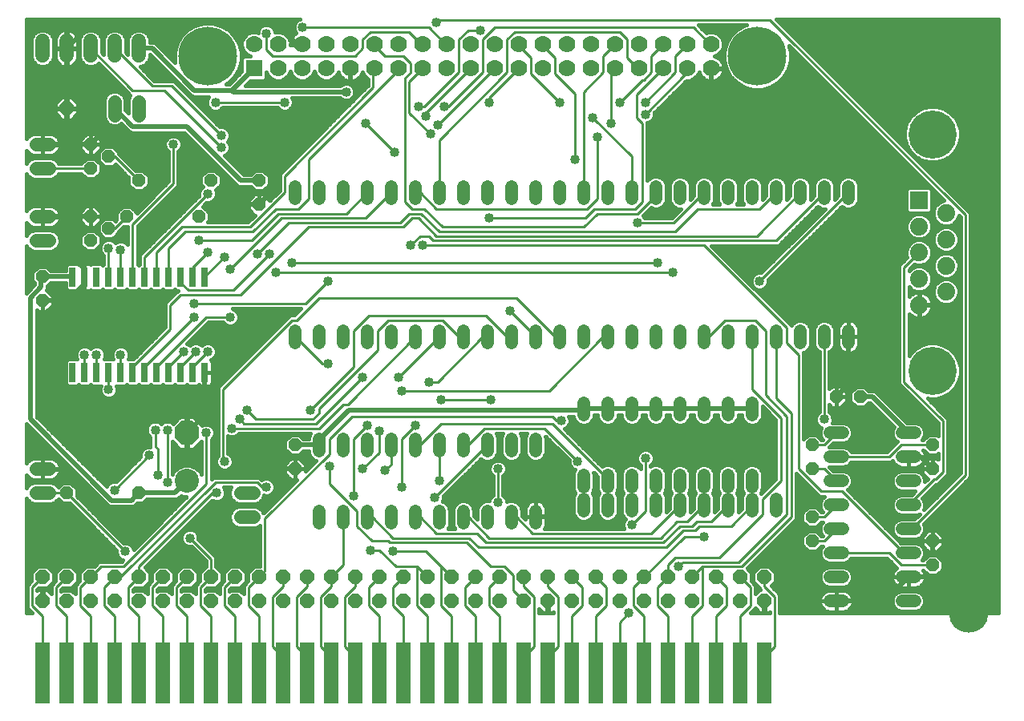
<source format=gtl>
G75*
%MOIN*%
%OFA0B0*%
%FSLAX24Y24*%
%IPPOS*%
%LPD*%
%AMOC8*
5,1,8,0,0,1.08239X$1,22.5*
%
%ADD10R,0.0600X0.2550*%
%ADD11OC8,0.0600*%
%ADD12R,0.0740X0.0740*%
%ADD13C,0.0740*%
%ADD14C,0.2000*%
%ADD15OC8,0.0520*%
%ADD16C,0.0520*%
%ADD17R,0.0700X0.0700*%
%ADD18C,0.0700*%
%ADD19C,0.2441*%
%ADD20R,0.0260X0.0800*%
%ADD21C,0.0560*%
%ADD22C,0.1000*%
%ADD23OC8,0.1000*%
%ADD24C,0.1650*%
%ADD25C,0.0600*%
%ADD26C,0.0100*%
%ADD27C,0.0400*%
%ADD28C,0.0200*%
%ADD29C,0.0160*%
D10*
X001680Y002180D03*
X002680Y002180D03*
X003680Y002180D03*
X004680Y002180D03*
X005680Y002180D03*
X006680Y002180D03*
X007680Y002180D03*
X008680Y002180D03*
X009680Y002180D03*
X010680Y002180D03*
X011680Y002180D03*
X012680Y002180D03*
X013680Y002180D03*
X014680Y002180D03*
X015680Y002180D03*
X016680Y002180D03*
X017680Y002180D03*
X018680Y002180D03*
X019680Y002180D03*
X020680Y002180D03*
X021680Y002180D03*
X022680Y002180D03*
X023680Y002180D03*
X024680Y002180D03*
X025680Y002180D03*
X026680Y002180D03*
X027680Y002180D03*
X028680Y002180D03*
X029680Y002180D03*
X030680Y002180D03*
X031680Y002180D03*
D11*
X031680Y005180D03*
X030680Y005180D03*
X030680Y006180D03*
X031680Y006180D03*
X029680Y006180D03*
X028680Y006180D03*
X027680Y006180D03*
X026680Y006180D03*
X025680Y006180D03*
X025680Y005180D03*
X026680Y005180D03*
X027680Y005180D03*
X028680Y005180D03*
X029680Y005180D03*
X024680Y005180D03*
X023680Y005180D03*
X022680Y005180D03*
X021680Y005180D03*
X021680Y006180D03*
X022680Y006180D03*
X023680Y006180D03*
X024680Y006180D03*
X020680Y006180D03*
X019680Y006180D03*
X018680Y006180D03*
X017680Y006180D03*
X016680Y006180D03*
X016680Y005180D03*
X017680Y005180D03*
X018680Y005180D03*
X019680Y005180D03*
X020680Y005180D03*
X015680Y005180D03*
X014680Y005180D03*
X013680Y005180D03*
X012680Y005180D03*
X012680Y006180D03*
X013680Y006180D03*
X014680Y006180D03*
X015680Y006180D03*
X011680Y006180D03*
X010680Y006180D03*
X009680Y006180D03*
X008680Y006180D03*
X007680Y006180D03*
X007680Y005180D03*
X008680Y005180D03*
X009680Y005180D03*
X010680Y005180D03*
X011680Y005180D03*
X006680Y005180D03*
X005680Y005180D03*
X004680Y005180D03*
X003680Y005180D03*
X003680Y006180D03*
X004680Y006180D03*
X005680Y006180D03*
X006680Y006180D03*
X002680Y006180D03*
X001680Y006180D03*
X001680Y005180D03*
X002680Y005180D03*
X002680Y025680D03*
D12*
X038121Y021861D03*
D13*
X039239Y021314D03*
X038121Y020771D03*
X039239Y020223D03*
X039239Y019137D03*
X038121Y019680D03*
X038121Y018589D03*
X039239Y018046D03*
X038121Y017499D03*
D14*
X038680Y014759D03*
X038680Y024601D03*
D15*
X035680Y013680D03*
X034680Y013680D03*
X033680Y011680D03*
X033680Y010680D03*
X033680Y008680D03*
X033680Y007680D03*
X038680Y007680D03*
X038680Y006680D03*
X038680Y010680D03*
X038680Y011680D03*
X012180Y011680D03*
X012180Y010680D03*
X005680Y009680D03*
X002680Y009680D03*
X001680Y017680D03*
X001680Y018680D03*
X003680Y020180D03*
X004430Y020680D03*
X003680Y021180D03*
X005180Y021180D03*
X005680Y022680D03*
X004430Y023680D03*
X003680Y024180D03*
X003680Y023180D03*
X008180Y021180D03*
X008680Y022680D03*
X010680Y022680D03*
X010680Y021680D03*
D16*
X012180Y021920D02*
X012180Y022440D01*
X013180Y022440D02*
X013180Y021920D01*
X014180Y021920D02*
X014180Y022440D01*
X015180Y022440D02*
X015180Y021920D01*
X016180Y021920D02*
X016180Y022440D01*
X017180Y022440D02*
X017180Y021920D01*
X018180Y021920D02*
X018180Y022440D01*
X019180Y022440D02*
X019180Y021920D01*
X020180Y021920D02*
X020180Y022440D01*
X021180Y022440D02*
X021180Y021920D01*
X022180Y021920D02*
X022180Y022440D01*
X023180Y022440D02*
X023180Y021920D01*
X024180Y021920D02*
X024180Y022440D01*
X025180Y022440D02*
X025180Y021920D01*
X026180Y021920D02*
X026180Y022440D01*
X027180Y022440D02*
X027180Y021920D01*
X028180Y021920D02*
X028180Y022440D01*
X029180Y022440D02*
X029180Y021920D01*
X030180Y021920D02*
X030180Y022440D01*
X031180Y022440D02*
X031180Y021920D01*
X032180Y021920D02*
X032180Y022440D01*
X033180Y022440D02*
X033180Y021920D01*
X034180Y021920D02*
X034180Y022440D01*
X035180Y022440D02*
X035180Y021920D01*
X035180Y016440D02*
X035180Y015920D01*
X034180Y015920D02*
X034180Y016440D01*
X033180Y016440D02*
X033180Y015920D01*
X032180Y015920D02*
X032180Y016440D01*
X031180Y016440D02*
X031180Y015920D01*
X030180Y015920D02*
X030180Y016440D01*
X029180Y016440D02*
X029180Y015920D01*
X028180Y015920D02*
X028180Y016440D01*
X027180Y016440D02*
X027180Y015920D01*
X026180Y015920D02*
X026180Y016440D01*
X025180Y016440D02*
X025180Y015920D01*
X024180Y015920D02*
X024180Y016440D01*
X023180Y016440D02*
X023180Y015920D01*
X022180Y015920D02*
X022180Y016440D01*
X021180Y016440D02*
X021180Y015920D01*
X020180Y015920D02*
X020180Y016440D01*
X019180Y016440D02*
X019180Y015920D01*
X018180Y015920D02*
X018180Y016440D01*
X017180Y016440D02*
X017180Y015920D01*
X016180Y015920D02*
X016180Y016440D01*
X015180Y016440D02*
X015180Y015920D01*
X014180Y015920D02*
X014180Y016440D01*
X013180Y016440D02*
X013180Y015920D01*
X012180Y015920D02*
X012180Y016440D01*
X013180Y011940D02*
X013180Y011420D01*
X014180Y011420D02*
X014180Y011940D01*
X015180Y011940D02*
X015180Y011420D01*
X016180Y011420D02*
X016180Y011940D01*
X017180Y011940D02*
X017180Y011420D01*
X018180Y011420D02*
X018180Y011940D01*
X019180Y011940D02*
X019180Y011420D01*
X020180Y011420D02*
X020180Y011940D01*
X021180Y011940D02*
X021180Y011420D01*
X022180Y011420D02*
X022180Y011940D01*
X024180Y012920D02*
X024180Y013440D01*
X025180Y013440D02*
X025180Y012920D01*
X026180Y012920D02*
X026180Y013440D01*
X027180Y013440D02*
X027180Y012920D01*
X028180Y012920D02*
X028180Y013440D01*
X029180Y013440D02*
X029180Y012920D01*
X030180Y012920D02*
X030180Y013440D01*
X031180Y013440D02*
X031180Y012920D01*
X034420Y012180D02*
X034940Y012180D01*
X034940Y011180D02*
X034420Y011180D01*
X034420Y010180D02*
X034940Y010180D01*
X034940Y009180D02*
X034420Y009180D01*
X034420Y008180D02*
X034940Y008180D01*
X034940Y007180D02*
X034420Y007180D01*
X034420Y006180D02*
X034940Y006180D01*
X034940Y005180D02*
X034420Y005180D01*
X037420Y005180D02*
X037940Y005180D01*
X037940Y006180D02*
X037420Y006180D01*
X037420Y007180D02*
X037940Y007180D01*
X037940Y008180D02*
X037420Y008180D01*
X037420Y009180D02*
X037940Y009180D01*
X037940Y010180D02*
X037420Y010180D01*
X037420Y011180D02*
X037940Y011180D01*
X037940Y012180D02*
X037420Y012180D01*
X032180Y009440D02*
X032180Y008920D01*
X031180Y008920D02*
X031180Y009440D01*
X031180Y009920D02*
X031180Y010440D01*
X030180Y010440D02*
X030180Y009920D01*
X030180Y009440D02*
X030180Y008920D01*
X029180Y008920D02*
X029180Y009440D01*
X029180Y009920D02*
X029180Y010440D01*
X028180Y010440D02*
X028180Y009920D01*
X028180Y009440D02*
X028180Y008920D01*
X027180Y008920D02*
X027180Y009440D01*
X027180Y009920D02*
X027180Y010440D01*
X026180Y010440D02*
X026180Y009920D01*
X026180Y009440D02*
X026180Y008920D01*
X025180Y008920D02*
X025180Y009440D01*
X025180Y009920D02*
X025180Y010440D01*
X024180Y010440D02*
X024180Y009920D01*
X024180Y009440D02*
X024180Y008920D01*
X022180Y008940D02*
X022180Y008420D01*
X021180Y008420D02*
X021180Y008940D01*
X020180Y008940D02*
X020180Y008420D01*
X019180Y008420D02*
X019180Y008940D01*
X018180Y008940D02*
X018180Y008420D01*
X017180Y008420D02*
X017180Y008940D01*
X016180Y008940D02*
X016180Y008420D01*
X015180Y008420D02*
X015180Y008940D01*
X014180Y008940D02*
X014180Y008420D01*
X013180Y008420D02*
X013180Y008940D01*
D17*
X010475Y027349D03*
D18*
X011475Y027349D03*
X012475Y027349D03*
X013475Y027349D03*
X014475Y027349D03*
X015475Y027349D03*
X016475Y027349D03*
X017475Y027349D03*
X018475Y027349D03*
X019475Y027349D03*
X020475Y027349D03*
X021475Y027349D03*
X022475Y027349D03*
X023475Y027349D03*
X024475Y027349D03*
X025475Y027349D03*
X026475Y027349D03*
X027475Y027349D03*
X028475Y027349D03*
X029475Y027349D03*
X029475Y028349D03*
X028475Y028349D03*
X027475Y028349D03*
X026475Y028349D03*
X025475Y028349D03*
X024475Y028349D03*
X023475Y028349D03*
X022475Y028349D03*
X021475Y028349D03*
X020475Y028349D03*
X019475Y028349D03*
X018475Y028349D03*
X017475Y028349D03*
X016475Y028349D03*
X015475Y028349D03*
X014475Y028349D03*
X013475Y028349D03*
X012475Y028349D03*
X011475Y028349D03*
X010475Y028349D03*
D19*
X008558Y027849D03*
X031393Y027849D03*
D20*
X008430Y018660D03*
X007930Y018660D03*
X007430Y018660D03*
X006930Y018660D03*
X006430Y018660D03*
X005930Y018660D03*
X005430Y018660D03*
X004930Y018660D03*
X004430Y018660D03*
X003930Y018660D03*
X003430Y018660D03*
X002930Y018660D03*
X002930Y014700D03*
X003430Y014700D03*
X003930Y014700D03*
X004430Y014700D03*
X004930Y014700D03*
X005430Y014700D03*
X005930Y014700D03*
X006430Y014700D03*
X006930Y014700D03*
X007430Y014700D03*
X007930Y014700D03*
X008430Y014700D03*
D21*
X001960Y010680D02*
X001400Y010680D01*
X001400Y009680D02*
X001960Y009680D01*
X009900Y009680D02*
X010460Y009680D01*
X010460Y008680D02*
X009900Y008680D01*
X001960Y020180D02*
X001400Y020180D01*
X001400Y021180D02*
X001960Y021180D01*
X001960Y023180D02*
X001400Y023180D01*
X001400Y024180D02*
X001960Y024180D01*
X004680Y025400D02*
X004680Y025960D01*
X005680Y025960D02*
X005680Y025400D01*
D22*
X007680Y010180D03*
D23*
X007680Y012180D03*
D24*
X040180Y004680D03*
X040180Y026930D03*
D25*
X005680Y027880D02*
X005680Y028480D01*
X004680Y028480D02*
X004680Y027880D01*
X003680Y027880D02*
X003680Y028480D01*
X002680Y028480D02*
X002680Y027880D01*
X001680Y027880D02*
X001680Y028480D01*
D26*
X003680Y028180D02*
X005430Y026430D01*
X006743Y026430D01*
X009118Y024055D01*
X009118Y024555D02*
X007055Y026618D01*
X006243Y026618D01*
X004680Y028180D01*
X008868Y025930D02*
X011743Y025930D01*
X011243Y027868D02*
X014680Y027868D01*
X014993Y028180D01*
X014993Y028555D01*
X015305Y028868D01*
X016930Y028868D01*
X017430Y028368D01*
X017475Y028349D01*
X016993Y027555D02*
X016680Y027868D01*
X015930Y027868D01*
X015493Y028305D01*
X015475Y028349D01*
X015475Y027349D02*
X015430Y027305D01*
X015430Y026555D01*
X011743Y022868D01*
X011743Y022180D01*
X010305Y020743D01*
X007493Y020743D01*
X006430Y019680D01*
X006430Y018660D01*
X005930Y018660D02*
X005930Y019493D01*
X008555Y022118D01*
X007118Y022555D02*
X007118Y024180D01*
X007118Y022555D02*
X005430Y020868D01*
X005430Y018660D01*
X004930Y018660D02*
X004930Y019805D01*
X004430Y019868D02*
X004430Y018660D01*
X006930Y018660D02*
X006930Y019868D01*
X007618Y020555D01*
X010430Y020555D01*
X011368Y021493D01*
X012305Y021493D01*
X012743Y021930D01*
X012743Y023555D01*
X016493Y027305D01*
X016475Y027349D01*
X016743Y026930D02*
X016993Y027180D01*
X016993Y027555D01*
X017430Y027305D02*
X017475Y027349D01*
X017430Y027305D02*
X016930Y026805D01*
X016930Y025493D01*
X017805Y024618D01*
X018180Y024368D02*
X020993Y027180D01*
X020993Y028555D01*
X021305Y028868D01*
X025680Y028868D01*
X025993Y028555D01*
X025993Y027805D01*
X026430Y027368D01*
X026475Y027349D01*
X026680Y026868D02*
X026993Y027180D01*
X026993Y027868D01*
X027430Y028305D01*
X027475Y028349D01*
X027993Y027868D02*
X028430Y028305D01*
X028475Y028349D01*
X027993Y027868D02*
X027993Y027180D01*
X026743Y025930D01*
X026368Y026243D02*
X027430Y027305D01*
X027475Y027349D01*
X026680Y026868D02*
X026618Y026868D01*
X025680Y025930D01*
X026368Y026243D02*
X026368Y025305D01*
X026618Y025055D01*
X026618Y021805D01*
X026305Y021493D01*
X024618Y021493D01*
X024243Y021118D01*
X020243Y021118D01*
X018305Y020743D02*
X017555Y021493D01*
X017055Y021493D01*
X016743Y021805D01*
X016743Y026930D01*
X017305Y025743D02*
X017555Y025743D01*
X018993Y027180D01*
X018993Y028555D01*
X019368Y028930D01*
X019868Y028930D01*
X019993Y028555D02*
X020493Y029055D01*
X028743Y029055D01*
X029430Y028368D01*
X029475Y028349D01*
X028475Y027349D02*
X028430Y027305D01*
X028430Y027118D01*
X026743Y025430D01*
X025305Y025055D02*
X025305Y027180D01*
X025430Y027305D01*
X025475Y027349D01*
X024993Y027180D02*
X024993Y027868D01*
X025430Y028305D01*
X025475Y028349D01*
X024993Y027180D02*
X024180Y026368D01*
X024180Y022180D01*
X024743Y021930D02*
X024743Y024493D01*
X024555Y025305D02*
X026180Y023680D01*
X026180Y022180D01*
X026430Y021305D02*
X027180Y022055D01*
X027180Y022180D01*
X026430Y021305D02*
X024743Y021305D01*
X024180Y020743D01*
X018305Y020743D01*
X018180Y020555D02*
X027993Y020555D01*
X028930Y021493D01*
X031493Y021493D01*
X032180Y022180D01*
X033180Y022180D02*
X031368Y020368D01*
X018055Y020368D01*
X017305Y021118D01*
X017055Y021118D01*
X016680Y020743D01*
X012743Y020743D01*
X009930Y017930D01*
X007430Y017930D01*
X006993Y017493D01*
X006993Y016493D01*
X005430Y014930D01*
X005430Y014700D01*
X005930Y014700D02*
X005930Y014930D01*
X007993Y016993D01*
X008493Y016993D02*
X009493Y016993D01*
X008493Y016993D02*
X006430Y014930D01*
X006430Y014700D01*
X006930Y014700D02*
X006930Y014930D01*
X007555Y015555D01*
X008055Y015555D02*
X007430Y014930D01*
X007430Y014700D01*
X007930Y014700D02*
X007930Y014930D01*
X008555Y015555D01*
X009180Y013993D02*
X009180Y011055D01*
X009243Y010993D01*
X008868Y010118D02*
X004930Y006180D01*
X004680Y006180D01*
X004243Y005743D01*
X004243Y004993D01*
X004680Y004555D01*
X004680Y002180D01*
X003680Y002180D02*
X003680Y004555D01*
X003243Y004993D01*
X003243Y005743D01*
X003680Y006180D01*
X004118Y006618D01*
X005055Y006618D01*
X008493Y010055D01*
X008493Y012180D01*
X009555Y012368D02*
X013180Y012368D01*
X014180Y013368D01*
X014368Y013368D01*
X017180Y016180D01*
X018180Y016180D02*
X016493Y014493D01*
X016618Y013930D02*
X022743Y013930D01*
X024993Y016180D01*
X025180Y016180D01*
X023180Y016180D02*
X022993Y016180D01*
X021368Y017805D01*
X013180Y017805D01*
X012243Y016868D01*
X012055Y016868D01*
X009180Y013993D01*
X010180Y013118D02*
X010555Y012743D01*
X012930Y012743D01*
X013180Y012993D01*
X013180Y013180D01*
X015618Y015618D01*
X015618Y016430D01*
X016055Y016868D01*
X018305Y016868D01*
X018993Y016180D01*
X019180Y016180D01*
X019993Y016180D02*
X018118Y014305D01*
X017743Y014305D01*
X018243Y013555D02*
X020305Y013555D01*
X020055Y012368D02*
X022555Y012368D01*
X023930Y010993D01*
X024180Y010180D02*
X024180Y009180D01*
X025180Y009180D02*
X025180Y010180D01*
X025180Y010243D01*
X022868Y012555D01*
X018243Y012555D01*
X017368Y011680D01*
X017180Y011680D01*
X016618Y011930D02*
X017180Y012493D01*
X016618Y011930D02*
X016618Y009930D01*
X015930Y010618D02*
X016180Y010868D01*
X016180Y011680D01*
X015680Y011368D02*
X014993Y010680D01*
X015680Y011368D02*
X015680Y012243D01*
X015180Y012493D02*
X014618Y011930D01*
X014618Y009555D01*
X014743Y008930D02*
X013618Y010055D01*
X013618Y010805D01*
X013618Y011305D02*
X010930Y008618D01*
X010930Y006430D01*
X010680Y006180D01*
X010243Y005743D01*
X010243Y004993D01*
X010680Y004555D01*
X010680Y002180D01*
X011680Y002180D02*
X011680Y002868D01*
X011243Y003305D01*
X011243Y005368D01*
X011680Y005805D01*
X011680Y006180D01*
X012243Y005368D02*
X012243Y003305D01*
X012680Y002868D01*
X012680Y002180D01*
X013680Y002180D02*
X013680Y002868D01*
X013243Y003305D01*
X013243Y005368D01*
X013680Y005805D01*
X013680Y006180D01*
X014180Y006680D01*
X014180Y008680D01*
X014743Y008930D02*
X014743Y008305D01*
X015368Y007680D01*
X016055Y007680D01*
X016118Y007618D01*
X019305Y007618D01*
X020305Y006618D01*
X020868Y006618D01*
X021243Y006243D01*
X021243Y005618D01*
X021680Y005180D01*
X022118Y005368D02*
X022118Y003305D01*
X021680Y002868D01*
X021680Y002180D01*
X022680Y002180D02*
X022680Y002868D01*
X023118Y003305D01*
X023118Y005368D01*
X022680Y005805D01*
X022680Y006180D01*
X022118Y005368D02*
X021680Y005805D01*
X021680Y006180D01*
X020680Y006180D02*
X020243Y005743D01*
X020243Y004993D01*
X020680Y004555D01*
X020680Y002180D01*
X019680Y002180D02*
X019680Y004555D01*
X019243Y004993D01*
X019243Y005743D01*
X019680Y006180D01*
X018680Y006180D02*
X018274Y006586D01*
X018243Y006555D01*
X018243Y004993D01*
X018680Y004555D01*
X018680Y002180D01*
X017680Y002180D02*
X017680Y004555D01*
X017243Y004993D01*
X017243Y006555D01*
X017274Y006586D01*
X017243Y006618D01*
X016368Y006618D01*
X015680Y007305D01*
X015305Y007305D01*
X016243Y007243D02*
X017618Y007243D01*
X018274Y006586D01*
X017680Y006180D02*
X017274Y006586D01*
X016680Y006180D02*
X016243Y005743D01*
X016243Y004993D01*
X016680Y004555D01*
X016680Y002180D01*
X015680Y002180D02*
X015680Y004555D01*
X015243Y004993D01*
X015243Y005743D01*
X015680Y006180D01*
X014680Y006180D02*
X014680Y005805D01*
X014243Y005368D01*
X014243Y003305D01*
X014680Y002868D01*
X014680Y002180D01*
X012243Y005368D02*
X012680Y005805D01*
X012680Y006180D01*
X009680Y006180D02*
X009243Y005743D01*
X009243Y004993D01*
X009680Y004555D01*
X009680Y002180D01*
X008680Y002180D02*
X008680Y004555D01*
X008243Y004993D01*
X008243Y005743D01*
X008680Y006180D01*
X008680Y006930D01*
X007805Y007805D01*
X008743Y009680D02*
X005680Y006618D01*
X005680Y006180D01*
X005243Y005743D01*
X005243Y004993D01*
X005680Y004555D01*
X005680Y002180D01*
X006680Y002180D02*
X006680Y004555D01*
X006243Y004993D01*
X006243Y005743D01*
X006680Y006180D01*
X007243Y005743D02*
X007680Y006180D01*
X007243Y005743D02*
X007243Y004993D01*
X007680Y004555D01*
X007680Y002180D01*
X002680Y002180D02*
X002680Y004555D01*
X002243Y004993D01*
X002243Y005743D01*
X002680Y006180D01*
X001680Y006180D02*
X001243Y005743D01*
X001243Y004993D01*
X001680Y004555D01*
X001680Y002180D01*
X005118Y007243D02*
X002680Y009680D01*
X001680Y009680D01*
X004680Y009805D02*
X006118Y011243D01*
X006493Y011493D02*
X006493Y010430D01*
X006868Y010118D02*
X006868Y012305D01*
X006368Y012305D02*
X006368Y011618D01*
X006493Y011493D01*
X008868Y010118D02*
X010618Y010118D01*
X010805Y009930D01*
X010993Y009930D01*
X008930Y009680D02*
X008743Y009680D01*
X010055Y012555D02*
X009868Y012743D01*
X010055Y012555D02*
X013055Y012555D01*
X014993Y014493D01*
X014618Y014930D02*
X012805Y013118D01*
X013618Y011930D02*
X013618Y011305D01*
X013618Y011930D02*
X014555Y012868D01*
X022868Y012868D01*
X023055Y012680D01*
X023243Y012680D01*
X020055Y012368D02*
X019368Y011680D01*
X019180Y011680D01*
X018180Y011680D02*
X018180Y010180D01*
X017993Y009493D02*
X020180Y011680D01*
X020618Y010680D02*
X020618Y009305D01*
X021180Y008680D02*
X021368Y008680D01*
X022055Y007993D01*
X026993Y007993D01*
X028180Y009180D01*
X028180Y010180D01*
X027180Y010180D02*
X027180Y009180D01*
X026743Y008930D02*
X026180Y008368D01*
X026743Y008930D02*
X026743Y011118D01*
X026180Y010180D02*
X026180Y009180D01*
X027368Y007805D02*
X028055Y008493D01*
X028493Y008493D01*
X029180Y009180D01*
X029180Y010180D01*
X030180Y010180D02*
X030180Y009180D01*
X029493Y008493D01*
X028868Y008493D01*
X028680Y008305D01*
X028180Y008305D01*
X027493Y007618D01*
X020118Y007618D01*
X019743Y007993D01*
X018055Y007993D01*
X017368Y008680D01*
X017180Y008680D01*
X016243Y007805D02*
X019430Y007805D01*
X019805Y007430D01*
X027618Y007430D01*
X028305Y008118D01*
X028805Y008118D01*
X028993Y008305D01*
X030305Y008305D01*
X031180Y009180D01*
X031180Y010180D01*
X031618Y009430D02*
X032368Y010180D01*
X032368Y012805D01*
X031180Y013993D01*
X031180Y016180D01*
X031743Y016430D02*
X031743Y013743D01*
X032618Y012868D01*
X032618Y008805D01*
X030618Y006805D01*
X028305Y006805D01*
X028118Y006618D01*
X027993Y006993D02*
X027680Y006680D01*
X027680Y006180D01*
X027243Y005743D01*
X027243Y004993D01*
X027680Y004555D01*
X027680Y002180D01*
X026680Y002180D02*
X026680Y004555D01*
X026243Y004993D01*
X026243Y005743D01*
X026680Y006180D01*
X028368Y007868D01*
X029180Y007868D01*
X029805Y006993D02*
X027993Y006993D01*
X028680Y006180D02*
X029086Y006586D01*
X029118Y006555D01*
X029118Y004993D01*
X028680Y004555D01*
X028680Y002180D01*
X029680Y002180D02*
X029680Y004555D01*
X030118Y004993D01*
X030118Y005743D01*
X029680Y006180D01*
X029118Y006618D02*
X029086Y006586D01*
X029118Y006618D02*
X030743Y006618D01*
X032805Y008680D01*
X032805Y012993D01*
X032180Y013618D01*
X032180Y016180D01*
X031743Y016430D02*
X031305Y016868D01*
X030055Y016868D01*
X029368Y016180D01*
X029180Y016180D01*
X031493Y018493D02*
X035180Y022180D01*
X034180Y022180D02*
X032180Y020180D01*
X017930Y020180D01*
X017743Y020368D01*
X017368Y020368D01*
X016993Y019993D01*
X017493Y019993D02*
X029180Y019993D01*
X032618Y016555D01*
X032618Y015930D01*
X033118Y015430D01*
X033118Y010680D01*
X034055Y009743D01*
X034930Y009743D01*
X037493Y007180D01*
X037680Y007180D01*
X037368Y006680D02*
X038680Y006680D01*
X037368Y006680D02*
X036868Y007180D01*
X034680Y007180D01*
X034180Y007680D02*
X034680Y008180D01*
X034180Y007680D02*
X033680Y007680D01*
X033680Y008680D02*
X034180Y008680D01*
X034680Y009180D01*
X034680Y010180D02*
X034180Y010680D01*
X033680Y010680D01*
X034680Y011180D02*
X036868Y011180D01*
X037368Y011680D01*
X038680Y011680D01*
X039118Y012680D02*
X037493Y014305D01*
X037493Y019055D01*
X038118Y019680D01*
X038121Y019680D01*
X040055Y021243D02*
X031930Y029368D01*
X018180Y029368D01*
X018055Y029243D01*
X017743Y029055D02*
X018430Y028368D01*
X018475Y028349D01*
X017743Y029055D02*
X012493Y029055D01*
X010993Y028805D02*
X010993Y028118D01*
X011243Y027868D01*
X015118Y025055D02*
X016305Y023868D01*
X018180Y024368D02*
X018180Y022180D01*
X018055Y021493D02*
X017368Y022180D01*
X017180Y022180D01*
X017430Y021305D02*
X016930Y021305D01*
X016555Y020930D01*
X011930Y020930D01*
X010618Y019618D01*
X011118Y019618D02*
X009618Y018118D01*
X007743Y018118D01*
X007430Y018430D01*
X007430Y018660D01*
X007930Y018660D02*
X007930Y019055D01*
X008555Y019680D01*
X008180Y020180D02*
X010368Y020180D01*
X011493Y021305D01*
X014305Y021305D01*
X015180Y022180D01*
X016180Y022180D02*
X015118Y021118D01*
X011618Y021118D01*
X009493Y018993D01*
X009243Y019493D02*
X008430Y018680D01*
X008430Y018660D01*
X007993Y017555D02*
X012618Y017555D01*
X013555Y018493D01*
X012055Y019243D02*
X027243Y019243D01*
X027868Y018868D02*
X011368Y018868D01*
X014618Y016430D02*
X014618Y014930D01*
X013555Y015055D02*
X013305Y015055D01*
X012180Y016180D01*
X014618Y016430D02*
X015243Y017055D01*
X020118Y017055D01*
X020993Y016180D01*
X021180Y016180D01*
X022180Y016180D02*
X021118Y017243D01*
X020180Y016180D02*
X019993Y016180D01*
X018180Y020555D02*
X017430Y021305D01*
X018055Y021493D02*
X024305Y021493D01*
X024743Y021930D01*
X026430Y020930D02*
X027930Y020930D01*
X029180Y022180D01*
X023805Y023555D02*
X023805Y026305D01*
X022993Y027118D01*
X022993Y027805D01*
X022493Y028305D01*
X022475Y028349D01*
X021993Y027805D02*
X021493Y028305D01*
X021475Y028349D01*
X021993Y027805D02*
X021993Y027118D01*
X023180Y025930D01*
X021475Y027349D02*
X021430Y027305D01*
X020243Y026118D01*
X020243Y025930D01*
X019993Y027180D02*
X018555Y025743D01*
X018368Y025743D01*
X017618Y025493D02*
X019430Y027305D01*
X019475Y027349D01*
X019993Y027180D02*
X019993Y028555D01*
X020475Y027349D02*
X020430Y027305D01*
X018118Y024993D01*
X017618Y025368D02*
X017618Y025493D01*
X005680Y022680D02*
X004680Y023680D01*
X004430Y023680D01*
X003680Y023180D02*
X001680Y023180D01*
X004430Y020680D02*
X004680Y020680D01*
X005180Y021180D01*
X004930Y015430D02*
X004930Y014700D01*
X004430Y014700D02*
X004430Y013993D01*
X003930Y014700D02*
X003930Y015430D01*
X003430Y015430D02*
X003430Y014700D01*
X015180Y008680D02*
X015368Y008680D01*
X016243Y007805D01*
X019180Y008680D02*
X019368Y008680D01*
X020243Y007805D01*
X027368Y007805D01*
X029805Y006993D02*
X031618Y008805D01*
X031618Y009430D01*
X033680Y011680D02*
X034180Y011680D01*
X034680Y012180D01*
X034180Y012743D02*
X034180Y016180D01*
X039118Y012680D02*
X039118Y010555D01*
X038805Y010243D01*
X038743Y010243D01*
X037680Y009180D01*
X037680Y008180D02*
X037805Y008180D01*
X040055Y010430D01*
X040055Y021243D01*
X031680Y006180D02*
X031680Y005805D01*
X032118Y005368D01*
X032118Y003305D01*
X031680Y002868D01*
X031680Y002180D01*
X030680Y002180D02*
X030680Y004555D01*
X031118Y004993D01*
X031118Y005743D01*
X030680Y006180D01*
X026055Y004680D02*
X025680Y004305D01*
X025680Y002180D01*
X024680Y002180D02*
X024680Y004555D01*
X025118Y004993D01*
X025118Y005743D01*
X024680Y006180D01*
X024118Y005743D02*
X023680Y006180D01*
X024118Y005743D02*
X024118Y004993D01*
X023680Y004555D01*
X023680Y002180D01*
D27*
X026055Y004680D03*
X028118Y006618D03*
X029180Y007868D03*
X026180Y008368D03*
X023930Y010993D03*
X023243Y012680D03*
X020305Y013555D03*
X018243Y013555D03*
X017743Y014305D03*
X016618Y013930D03*
X016493Y014493D03*
X014993Y014493D03*
X013555Y015055D03*
X012805Y013118D03*
X015180Y012493D03*
X015680Y012243D03*
X017180Y012493D03*
X015930Y010618D03*
X014993Y010680D03*
X013618Y010805D03*
X014618Y009555D03*
X016618Y009930D03*
X017993Y009493D03*
X018180Y010180D03*
X020618Y010680D03*
X020618Y009305D03*
X016243Y007243D03*
X015305Y007305D03*
X010993Y009930D03*
X009243Y010993D03*
X008930Y009680D03*
X006868Y010118D03*
X006493Y010430D03*
X006118Y011243D03*
X006368Y012305D03*
X006868Y012305D03*
X008493Y012180D03*
X009555Y012368D03*
X009868Y012743D03*
X010180Y013118D03*
X008555Y015555D03*
X008055Y015555D03*
X007555Y015555D03*
X007993Y016993D03*
X007993Y017555D03*
X009493Y016993D03*
X009493Y018993D03*
X009243Y019493D03*
X008555Y019680D03*
X008180Y020180D03*
X010618Y019618D03*
X011118Y019618D03*
X011368Y018868D03*
X012055Y019243D03*
X013555Y018493D03*
X016993Y019993D03*
X017493Y019993D03*
X020243Y021118D03*
X023805Y023555D03*
X024743Y024493D03*
X025305Y025055D03*
X024555Y025305D03*
X025680Y025930D03*
X026743Y025930D03*
X026743Y025430D03*
X023180Y025930D03*
X020243Y025930D03*
X018368Y025743D03*
X017618Y025368D03*
X018118Y024993D03*
X017805Y024618D03*
X016305Y023868D03*
X015118Y025055D03*
X014305Y026368D03*
X011743Y025930D03*
X009118Y024555D03*
X009118Y024055D03*
X007118Y024180D03*
X008868Y025930D03*
X010993Y028805D03*
X012493Y029055D03*
X017305Y025743D03*
X019868Y028930D03*
X018055Y029243D03*
X008555Y022118D03*
X004930Y019805D03*
X004430Y019868D03*
X003930Y015430D03*
X003430Y015430D03*
X004930Y015430D03*
X004430Y013993D03*
X004680Y009805D03*
X007805Y007805D03*
X005118Y007243D03*
X021118Y017243D03*
X026430Y020930D03*
X027243Y019243D03*
X027868Y018868D03*
X031493Y018493D03*
X034180Y012743D03*
X031993Y011555D03*
X026743Y011118D03*
D28*
X026618Y011555D02*
X031993Y011555D01*
X031180Y013180D02*
X030180Y013180D01*
X029180Y013180D01*
X028180Y013180D01*
X027180Y013180D01*
X026180Y013180D01*
X025180Y013180D01*
X024180Y013180D01*
X024118Y013118D01*
X014430Y013118D01*
X013055Y011743D01*
X013180Y011680D01*
X012180Y011680D01*
X012180Y010680D02*
X009493Y010680D01*
X009368Y010555D01*
X009118Y010555D01*
X008805Y010868D01*
X008805Y011930D01*
X008930Y012055D01*
X008930Y012305D01*
X008368Y012868D01*
X008430Y012930D01*
X008430Y014700D01*
X008368Y012868D02*
X007680Y012180D01*
X007680Y010180D02*
X007180Y009680D01*
X005680Y009680D01*
X005368Y009368D01*
X004555Y009368D01*
X001180Y012743D01*
X001180Y017805D01*
X001618Y018243D01*
X001618Y018618D01*
X001680Y018680D01*
X002930Y018680D01*
X002930Y018660D01*
X003430Y018660D02*
X003430Y018368D01*
X002743Y017680D01*
X001680Y017680D01*
X003430Y018660D02*
X003430Y018993D01*
X003180Y019243D01*
X003180Y021180D01*
X003680Y021180D01*
X003180Y021180D02*
X001680Y021180D01*
X001680Y024180D02*
X002680Y024180D01*
X002680Y025680D01*
X002680Y028180D01*
X003805Y029305D01*
X011305Y029305D01*
X012243Y028368D01*
X012430Y028368D01*
X012475Y028349D01*
X010475Y027349D02*
X010430Y027305D01*
X009555Y026430D01*
X009618Y026368D01*
X014305Y026368D01*
X014493Y026743D02*
X014743Y026493D01*
X014743Y026243D01*
X011180Y022680D01*
X011180Y022180D01*
X010680Y021680D01*
X010305Y021680D01*
X007368Y024618D01*
X004118Y024618D01*
X003680Y024180D01*
X002680Y024180D01*
X004680Y025680D02*
X005430Y024930D01*
X007680Y024930D01*
X009930Y022680D01*
X010680Y022680D01*
X009555Y026430D02*
X007993Y026430D01*
X006243Y028180D01*
X005680Y028180D01*
X014475Y027349D02*
X014493Y027305D01*
X014493Y026743D01*
X034680Y013680D02*
X035180Y014180D01*
X035180Y016180D01*
X035680Y013680D02*
X036180Y013680D01*
X037680Y012180D01*
X037680Y011180D02*
X038180Y011180D01*
X038680Y010680D01*
X038680Y007680D02*
X038680Y007305D01*
X039180Y006805D01*
X039180Y005805D01*
X039118Y005743D01*
X038680Y006180D01*
X037680Y006180D01*
X036680Y005180D01*
X034680Y005180D01*
X039118Y005743D02*
X040180Y004680D01*
X026618Y011555D02*
X025680Y010618D01*
X025680Y008743D01*
X025368Y008430D01*
X023993Y008430D01*
X023743Y008680D01*
X022180Y008680D01*
D29*
X022180Y008680D01*
X022180Y009380D01*
X022215Y009380D01*
X022283Y009369D01*
X022349Y009348D01*
X022411Y009316D01*
X022467Y009276D01*
X022516Y009227D01*
X022556Y009171D01*
X022588Y009109D01*
X022609Y009043D01*
X022620Y008975D01*
X022620Y008680D01*
X022180Y008680D01*
X022180Y008680D01*
X022180Y008680D01*
X021740Y008680D01*
X021740Y008975D01*
X021751Y009043D01*
X021772Y009109D01*
X021804Y009171D01*
X021844Y009227D01*
X021893Y009276D01*
X021949Y009316D01*
X022011Y009348D01*
X022077Y009369D01*
X022145Y009380D01*
X022180Y009380D01*
X022180Y008680D01*
X022620Y008680D01*
X022620Y008385D01*
X022609Y008317D01*
X022588Y008251D01*
X022563Y008202D01*
X025859Y008202D01*
X025820Y008296D01*
X025820Y008439D01*
X025875Y008571D01*
X025905Y008601D01*
X025824Y008682D01*
X025760Y008836D01*
X025760Y009524D01*
X025824Y009678D01*
X025826Y009680D01*
X025824Y009682D01*
X025760Y009836D01*
X025760Y010524D01*
X025824Y010678D01*
X025942Y010796D01*
X026096Y010860D01*
X026264Y010860D01*
X026418Y010796D01*
X026533Y010681D01*
X026533Y010818D01*
X026437Y010914D01*
X026383Y011046D01*
X026383Y011189D01*
X026437Y011321D01*
X026539Y011423D01*
X026671Y011477D01*
X026814Y011477D01*
X026946Y011423D01*
X027048Y011321D01*
X027102Y011189D01*
X027102Y011046D01*
X027048Y010914D01*
X026952Y010818D01*
X026952Y010800D01*
X027096Y010860D01*
X027264Y010860D01*
X027418Y010796D01*
X027536Y010678D01*
X027600Y010524D01*
X027600Y009836D01*
X027536Y009682D01*
X027534Y009680D01*
X027536Y009678D01*
X027600Y009524D01*
X027600Y008897D01*
X027760Y009057D01*
X027760Y009524D01*
X027824Y009678D01*
X027826Y009680D01*
X027824Y009682D01*
X027760Y009836D01*
X027760Y010524D01*
X027824Y010678D01*
X027942Y010796D01*
X028096Y010860D01*
X028264Y010860D01*
X028418Y010796D01*
X028536Y010678D01*
X028600Y010524D01*
X028600Y009836D01*
X028536Y009682D01*
X028534Y009680D01*
X028536Y009678D01*
X028600Y009524D01*
X028600Y008897D01*
X028760Y009057D01*
X028760Y009524D01*
X028824Y009678D01*
X028826Y009680D01*
X028824Y009682D01*
X028760Y009836D01*
X028760Y010524D01*
X028824Y010678D01*
X028942Y010796D01*
X029096Y010860D01*
X029264Y010860D01*
X029418Y010796D01*
X029536Y010678D01*
X029600Y010524D01*
X029600Y009836D01*
X029536Y009682D01*
X029534Y009680D01*
X029536Y009678D01*
X029600Y009524D01*
X029600Y008897D01*
X029760Y009057D01*
X029760Y009524D01*
X029824Y009678D01*
X029826Y009680D01*
X029824Y009682D01*
X029760Y009836D01*
X029760Y010524D01*
X029824Y010678D01*
X029942Y010796D01*
X030096Y010860D01*
X030264Y010860D01*
X030418Y010796D01*
X030536Y010678D01*
X030600Y010524D01*
X030600Y009836D01*
X030536Y009682D01*
X030534Y009680D01*
X030536Y009678D01*
X030600Y009524D01*
X030600Y008897D01*
X030760Y009057D01*
X030760Y009524D01*
X030824Y009678D01*
X030826Y009680D01*
X030824Y009682D01*
X030760Y009836D01*
X030760Y010524D01*
X030824Y010678D01*
X030942Y010796D01*
X031096Y010860D01*
X031264Y010860D01*
X031418Y010796D01*
X031536Y010678D01*
X031600Y010524D01*
X031600Y009836D01*
X031536Y009682D01*
X031534Y009680D01*
X031536Y009678D01*
X031546Y009655D01*
X032158Y010267D01*
X032158Y012718D01*
X031600Y013276D01*
X031600Y012836D01*
X031536Y012682D01*
X031418Y012564D01*
X031264Y012500D01*
X031096Y012500D01*
X030942Y012564D01*
X030824Y012682D01*
X030760Y012836D01*
X030760Y012920D01*
X030600Y012920D01*
X030600Y012836D01*
X030536Y012682D01*
X030418Y012564D01*
X030264Y012500D01*
X030096Y012500D01*
X029942Y012564D01*
X029824Y012682D01*
X029760Y012836D01*
X029760Y012920D01*
X029600Y012920D01*
X029600Y012836D01*
X029536Y012682D01*
X029418Y012564D01*
X029264Y012500D01*
X029096Y012500D01*
X028942Y012564D01*
X028824Y012682D01*
X028760Y012836D01*
X028760Y012920D01*
X028600Y012920D01*
X028600Y012836D01*
X028536Y012682D01*
X028418Y012564D01*
X028264Y012500D01*
X028096Y012500D01*
X027942Y012564D01*
X027824Y012682D01*
X027760Y012836D01*
X027760Y012920D01*
X027600Y012920D01*
X027600Y012836D01*
X027536Y012682D01*
X027418Y012564D01*
X027264Y012500D01*
X027096Y012500D01*
X026942Y012564D01*
X026824Y012682D01*
X026760Y012836D01*
X026760Y012920D01*
X026600Y012920D01*
X026600Y012836D01*
X026536Y012682D01*
X026418Y012564D01*
X026264Y012500D01*
X026096Y012500D01*
X025942Y012564D01*
X025824Y012682D01*
X025760Y012836D01*
X025760Y012920D01*
X025600Y012920D01*
X025600Y012836D01*
X025536Y012682D01*
X025418Y012564D01*
X025264Y012500D01*
X025096Y012500D01*
X024942Y012564D01*
X024824Y012682D01*
X024760Y012836D01*
X024760Y012920D01*
X024600Y012920D01*
X024600Y012836D01*
X024536Y012682D01*
X024418Y012564D01*
X024264Y012500D01*
X024096Y012500D01*
X023942Y012564D01*
X023824Y012682D01*
X023760Y012836D01*
X023760Y012858D01*
X023559Y012858D01*
X023602Y012752D01*
X023602Y012608D01*
X023548Y012476D01*
X023446Y012375D01*
X023374Y012345D01*
X024933Y010787D01*
X024942Y010796D01*
X025096Y010860D01*
X025264Y010860D01*
X025418Y010796D01*
X025536Y010678D01*
X025600Y010524D01*
X025600Y009836D01*
X025536Y009682D01*
X025534Y009680D01*
X025536Y009678D01*
X025600Y009524D01*
X025600Y008836D01*
X025536Y008682D01*
X025418Y008564D01*
X025264Y008500D01*
X025096Y008500D01*
X024942Y008564D01*
X024824Y008682D01*
X024760Y008836D01*
X024760Y009524D01*
X024824Y009678D01*
X024826Y009680D01*
X024824Y009682D01*
X024760Y009836D01*
X024760Y010366D01*
X024599Y010527D01*
X024600Y010524D01*
X024600Y009836D01*
X024536Y009682D01*
X024534Y009680D01*
X024536Y009678D01*
X024600Y009524D01*
X024600Y008836D01*
X024536Y008682D01*
X024418Y008564D01*
X024264Y008500D01*
X024096Y008500D01*
X023942Y008564D01*
X023824Y008682D01*
X023760Y008836D01*
X023760Y009524D01*
X023824Y009678D01*
X023826Y009680D01*
X023824Y009682D01*
X023760Y009836D01*
X023760Y010524D01*
X023813Y010651D01*
X023726Y010687D01*
X023625Y010789D01*
X023570Y010921D01*
X023570Y011056D01*
X022599Y012027D01*
X022600Y012024D01*
X022600Y011336D01*
X022536Y011182D01*
X022418Y011064D01*
X022264Y011000D01*
X022096Y011000D01*
X021942Y011064D01*
X021824Y011182D01*
X021760Y011336D01*
X021760Y012024D01*
X021815Y012158D01*
X021545Y012158D01*
X021600Y012024D01*
X021600Y011336D01*
X021536Y011182D01*
X021418Y011064D01*
X021264Y011000D01*
X021096Y011000D01*
X020942Y011064D01*
X020824Y011182D01*
X020760Y011336D01*
X020760Y012024D01*
X020815Y012158D01*
X020545Y012158D01*
X020600Y012024D01*
X020600Y011336D01*
X020536Y011182D01*
X020418Y011064D01*
X020264Y011000D01*
X020096Y011000D01*
X019942Y011064D01*
X019902Y011105D01*
X018352Y009556D01*
X018352Y009421D01*
X018318Y009337D01*
X018418Y009296D01*
X018536Y009178D01*
X018600Y009024D01*
X018600Y008336D01*
X018545Y008202D01*
X018815Y008202D01*
X018760Y008336D01*
X018760Y009024D01*
X018824Y009178D01*
X018942Y009296D01*
X019096Y009360D01*
X019264Y009360D01*
X019418Y009296D01*
X019536Y009178D01*
X019600Y009024D01*
X019600Y008744D01*
X019760Y008584D01*
X019760Y009024D01*
X019824Y009178D01*
X019942Y009296D01*
X020096Y009360D01*
X020258Y009360D01*
X020258Y009377D01*
X020312Y009509D01*
X020408Y009604D01*
X020408Y010381D01*
X020312Y010476D01*
X020258Y010608D01*
X020258Y010752D01*
X020312Y010884D01*
X020414Y010985D01*
X020546Y011040D01*
X020689Y011040D01*
X020821Y010985D01*
X020923Y010884D01*
X020977Y010752D01*
X020977Y010608D01*
X020923Y010476D01*
X020827Y010381D01*
X020827Y009604D01*
X020923Y009509D01*
X020977Y009377D01*
X020977Y009311D01*
X021096Y009360D01*
X021264Y009360D01*
X021418Y009296D01*
X021536Y009178D01*
X021600Y009024D01*
X021600Y008744D01*
X021740Y008604D01*
X021740Y008680D01*
X022180Y008680D01*
X022180Y008715D02*
X022180Y008715D01*
X022180Y008873D02*
X022180Y008873D01*
X022180Y009032D02*
X022180Y009032D01*
X022180Y009190D02*
X022180Y009190D01*
X022180Y009349D02*
X022180Y009349D01*
X022347Y009349D02*
X023760Y009349D01*
X023760Y009507D02*
X020923Y009507D01*
X020977Y009349D02*
X021069Y009349D01*
X021291Y009349D02*
X022013Y009349D01*
X021818Y009190D02*
X021524Y009190D01*
X021597Y009032D02*
X021749Y009032D01*
X021740Y008873D02*
X021600Y008873D01*
X021630Y008715D02*
X021740Y008715D01*
X022620Y008715D02*
X023811Y008715D01*
X023760Y008873D02*
X022620Y008873D01*
X022611Y009032D02*
X023760Y009032D01*
X023760Y009190D02*
X022542Y009190D01*
X022620Y008556D02*
X023961Y008556D01*
X024399Y008556D02*
X024961Y008556D01*
X024811Y008715D02*
X024549Y008715D01*
X024600Y008873D02*
X024760Y008873D01*
X024760Y009032D02*
X024600Y009032D01*
X024600Y009190D02*
X024760Y009190D01*
X024760Y009349D02*
X024600Y009349D01*
X024600Y009507D02*
X024760Y009507D01*
X024819Y009666D02*
X024541Y009666D01*
X024595Y009824D02*
X024765Y009824D01*
X024760Y009983D02*
X024600Y009983D01*
X024600Y010141D02*
X024760Y010141D01*
X024760Y010300D02*
X024600Y010300D01*
X024600Y010458D02*
X024667Y010458D01*
X024786Y010934D02*
X026429Y010934D01*
X026439Y010775D02*
X026533Y010775D01*
X026383Y011092D02*
X024627Y011092D01*
X024469Y011251D02*
X026408Y011251D01*
X026525Y011409D02*
X024310Y011409D01*
X024152Y011568D02*
X032158Y011568D01*
X032158Y011726D02*
X023993Y011726D01*
X023835Y011885D02*
X032158Y011885D01*
X032158Y012043D02*
X023676Y012043D01*
X023518Y012202D02*
X032158Y012202D01*
X032158Y012360D02*
X023411Y012360D01*
X023565Y012519D02*
X024052Y012519D01*
X024308Y012519D02*
X025052Y012519D01*
X025308Y012519D02*
X026052Y012519D01*
X026308Y012519D02*
X027052Y012519D01*
X027308Y012519D02*
X028052Y012519D01*
X028308Y012519D02*
X029052Y012519D01*
X029308Y012519D02*
X030052Y012519D01*
X030308Y012519D02*
X031052Y012519D01*
X031308Y012519D02*
X032158Y012519D01*
X032158Y012677D02*
X031531Y012677D01*
X031600Y012836D02*
X032040Y012836D01*
X031881Y012994D02*
X031600Y012994D01*
X031600Y013153D02*
X031723Y013153D01*
X030829Y012677D02*
X030531Y012677D01*
X030600Y012836D02*
X030760Y012836D01*
X029829Y012677D02*
X029531Y012677D01*
X029600Y012836D02*
X029760Y012836D01*
X028829Y012677D02*
X028531Y012677D01*
X028600Y012836D02*
X028760Y012836D01*
X027829Y012677D02*
X027531Y012677D01*
X027600Y012836D02*
X027760Y012836D01*
X026829Y012677D02*
X026531Y012677D01*
X026600Y012836D02*
X026760Y012836D01*
X025829Y012677D02*
X025531Y012677D01*
X025600Y012836D02*
X025760Y012836D01*
X024829Y012677D02*
X024531Y012677D01*
X024600Y012836D02*
X024760Y012836D01*
X023829Y012677D02*
X023602Y012677D01*
X023568Y012836D02*
X023760Y012836D01*
X022741Y011885D02*
X022600Y011885D01*
X022600Y011726D02*
X022899Y011726D01*
X023058Y011568D02*
X022600Y011568D01*
X022600Y011409D02*
X023216Y011409D01*
X023375Y011251D02*
X022564Y011251D01*
X022446Y011092D02*
X023533Y011092D01*
X023570Y010934D02*
X020873Y010934D01*
X020914Y011092D02*
X020446Y011092D01*
X020362Y010934D02*
X019731Y010934D01*
X019889Y011092D02*
X019914Y011092D01*
X019572Y010775D02*
X020267Y010775D01*
X020258Y010617D02*
X019414Y010617D01*
X019255Y010458D02*
X020330Y010458D01*
X020408Y010300D02*
X019096Y010300D01*
X018938Y010141D02*
X020408Y010141D01*
X020408Y009983D02*
X018779Y009983D01*
X018621Y009824D02*
X020408Y009824D01*
X020408Y009666D02*
X018462Y009666D01*
X018352Y009507D02*
X020312Y009507D01*
X020069Y009349D02*
X019291Y009349D01*
X019069Y009349D02*
X018323Y009349D01*
X018524Y009190D02*
X018836Y009190D01*
X018763Y009032D02*
X018597Y009032D01*
X018600Y008873D02*
X018760Y008873D01*
X018760Y008715D02*
X018600Y008715D01*
X018600Y008556D02*
X018760Y008556D01*
X018760Y008398D02*
X018600Y008398D01*
X018560Y008239D02*
X018800Y008239D01*
X019630Y008715D02*
X019760Y008715D01*
X019760Y008873D02*
X019600Y008873D01*
X019597Y009032D02*
X019763Y009032D01*
X019836Y009190D02*
X019524Y009190D01*
X020827Y009666D02*
X023819Y009666D01*
X023765Y009824D02*
X020827Y009824D01*
X020827Y009983D02*
X023760Y009983D01*
X023760Y010141D02*
X020827Y010141D01*
X020827Y010300D02*
X023760Y010300D01*
X023760Y010458D02*
X020905Y010458D01*
X020977Y010617D02*
X023799Y010617D01*
X023638Y010775D02*
X020968Y010775D01*
X020796Y011251D02*
X020564Y011251D01*
X020600Y011409D02*
X020760Y011409D01*
X020760Y011568D02*
X020600Y011568D01*
X020600Y011726D02*
X020760Y011726D01*
X020760Y011885D02*
X020600Y011885D01*
X020592Y012043D02*
X020768Y012043D01*
X021592Y012043D02*
X021768Y012043D01*
X021760Y011885D02*
X021600Y011885D01*
X021600Y011726D02*
X021760Y011726D01*
X021760Y011568D02*
X021600Y011568D01*
X021600Y011409D02*
X021760Y011409D01*
X021796Y011251D02*
X021564Y011251D01*
X021446Y011092D02*
X021914Y011092D01*
X025439Y010775D02*
X025921Y010775D01*
X025799Y010617D02*
X025561Y010617D01*
X025600Y010458D02*
X025760Y010458D01*
X025760Y010300D02*
X025600Y010300D01*
X025600Y010141D02*
X025760Y010141D01*
X025760Y009983D02*
X025600Y009983D01*
X025595Y009824D02*
X025765Y009824D01*
X025819Y009666D02*
X025541Y009666D01*
X025600Y009507D02*
X025760Y009507D01*
X025760Y009349D02*
X025600Y009349D01*
X025600Y009190D02*
X025760Y009190D01*
X025760Y009032D02*
X025600Y009032D01*
X025600Y008873D02*
X025760Y008873D01*
X025811Y008715D02*
X025549Y008715D01*
X025399Y008556D02*
X025868Y008556D01*
X025820Y008398D02*
X022620Y008398D01*
X022582Y008239D02*
X025844Y008239D01*
X027600Y009032D02*
X027735Y009032D01*
X027760Y009190D02*
X027600Y009190D01*
X027600Y009349D02*
X027760Y009349D01*
X027760Y009507D02*
X027600Y009507D01*
X027541Y009666D02*
X027819Y009666D01*
X027765Y009824D02*
X027595Y009824D01*
X027600Y009983D02*
X027760Y009983D01*
X027760Y010141D02*
X027600Y010141D01*
X027600Y010300D02*
X027760Y010300D01*
X027760Y010458D02*
X027600Y010458D01*
X027561Y010617D02*
X027799Y010617D01*
X027921Y010775D02*
X027439Y010775D01*
X027056Y010934D02*
X032158Y010934D01*
X032158Y011092D02*
X027102Y011092D01*
X027077Y011251D02*
X032158Y011251D01*
X032158Y011409D02*
X026960Y011409D01*
X028439Y010775D02*
X028921Y010775D01*
X028799Y010617D02*
X028561Y010617D01*
X028600Y010458D02*
X028760Y010458D01*
X028760Y010300D02*
X028600Y010300D01*
X028600Y010141D02*
X028760Y010141D01*
X028760Y009983D02*
X028600Y009983D01*
X028595Y009824D02*
X028765Y009824D01*
X028819Y009666D02*
X028541Y009666D01*
X028600Y009507D02*
X028760Y009507D01*
X028760Y009349D02*
X028600Y009349D01*
X028600Y009190D02*
X028760Y009190D01*
X028735Y009032D02*
X028600Y009032D01*
X029600Y009032D02*
X029735Y009032D01*
X029760Y009190D02*
X029600Y009190D01*
X029600Y009349D02*
X029760Y009349D01*
X029760Y009507D02*
X029600Y009507D01*
X029541Y009666D02*
X029819Y009666D01*
X029765Y009824D02*
X029595Y009824D01*
X029600Y009983D02*
X029760Y009983D01*
X029760Y010141D02*
X029600Y010141D01*
X029600Y010300D02*
X029760Y010300D01*
X029760Y010458D02*
X029600Y010458D01*
X029561Y010617D02*
X029799Y010617D01*
X029921Y010775D02*
X029439Y010775D01*
X030439Y010775D02*
X030921Y010775D01*
X030799Y010617D02*
X030561Y010617D01*
X030600Y010458D02*
X030760Y010458D01*
X030760Y010300D02*
X030600Y010300D01*
X030600Y010141D02*
X030760Y010141D01*
X030760Y009983D02*
X030600Y009983D01*
X030595Y009824D02*
X030765Y009824D01*
X030819Y009666D02*
X030541Y009666D01*
X030600Y009507D02*
X030760Y009507D01*
X030760Y009349D02*
X030600Y009349D01*
X030600Y009190D02*
X030760Y009190D01*
X030735Y009032D02*
X030600Y009032D01*
X031541Y009666D02*
X031556Y009666D01*
X031595Y009824D02*
X031715Y009824D01*
X031600Y009983D02*
X031873Y009983D01*
X032032Y010141D02*
X031600Y010141D01*
X031600Y010300D02*
X032158Y010300D01*
X032158Y010458D02*
X031600Y010458D01*
X031561Y010617D02*
X032158Y010617D01*
X032158Y010775D02*
X031439Y010775D01*
X033015Y010486D02*
X033968Y009533D01*
X034179Y009533D01*
X034064Y009418D01*
X034000Y009264D01*
X034000Y009096D01*
X034064Y008942D01*
X034105Y008902D01*
X034093Y008890D01*
X034064Y008890D01*
X033854Y009100D01*
X033506Y009100D01*
X033260Y008854D01*
X033260Y008506D01*
X033506Y008260D01*
X033854Y008260D01*
X034064Y008470D01*
X034116Y008470D01*
X034064Y008418D01*
X034000Y008264D01*
X034000Y008096D01*
X034064Y007942D01*
X034105Y007902D01*
X034093Y007890D01*
X034064Y007890D01*
X033854Y008100D01*
X033506Y008100D01*
X033260Y007854D01*
X033260Y007506D01*
X033506Y007260D01*
X033854Y007260D01*
X034064Y007470D01*
X034116Y007470D01*
X034064Y007418D01*
X034000Y007264D01*
X034000Y007096D01*
X034064Y006942D01*
X034182Y006824D01*
X034336Y006760D01*
X035024Y006760D01*
X035178Y006824D01*
X035296Y006942D01*
X035308Y006970D01*
X036781Y006970D01*
X037158Y006593D01*
X037193Y006558D01*
X037189Y006556D01*
X037133Y006516D01*
X037084Y006467D01*
X037044Y006411D01*
X037012Y006349D01*
X036991Y006283D01*
X036980Y006215D01*
X036980Y006180D01*
X037680Y006180D01*
X038380Y006180D01*
X038380Y006215D01*
X038369Y006283D01*
X038348Y006349D01*
X038316Y006411D01*
X038276Y006467D01*
X038272Y006470D01*
X038296Y006470D01*
X038506Y006260D01*
X038854Y006260D01*
X039100Y006506D01*
X039100Y006854D01*
X038854Y007100D01*
X038506Y007100D01*
X038296Y006890D01*
X038244Y006890D01*
X038296Y006942D01*
X038360Y007096D01*
X038360Y007264D01*
X038296Y007418D01*
X038178Y007536D01*
X038024Y007600D01*
X037369Y007600D01*
X035155Y009814D01*
X035178Y009824D01*
X037182Y009824D01*
X037336Y009760D01*
X037963Y009760D01*
X037803Y009600D01*
X037336Y009600D01*
X037182Y009536D01*
X037064Y009418D01*
X037000Y009264D01*
X037000Y009096D01*
X037064Y008942D01*
X037182Y008824D01*
X037336Y008760D01*
X038024Y008760D01*
X038134Y008806D01*
X037928Y008600D01*
X037336Y008600D01*
X037182Y008536D01*
X037064Y008418D01*
X037000Y008264D01*
X037000Y008096D01*
X037064Y007942D01*
X037182Y007824D01*
X037336Y007760D01*
X038024Y007760D01*
X038178Y007824D01*
X038296Y007942D01*
X038360Y008096D01*
X038360Y008264D01*
X038309Y008387D01*
X040142Y010220D01*
X040265Y010343D01*
X040265Y021329D01*
X032194Y029400D01*
X041400Y029400D01*
X041400Y004680D01*
X032327Y004680D01*
X032327Y005454D01*
X032204Y005577D01*
X031966Y005816D01*
X032140Y005989D01*
X032140Y006371D01*
X031871Y006640D01*
X031489Y006640D01*
X031220Y006371D01*
X031220Y005989D01*
X031470Y005739D01*
X031470Y005718D01*
X031528Y005660D01*
X031481Y005660D01*
X031327Y005506D01*
X031327Y005829D01*
X031140Y006017D01*
X031140Y006371D01*
X030966Y006544D01*
X033015Y008593D01*
X033015Y010486D01*
X033015Y010458D02*
X033042Y010458D01*
X033015Y010300D02*
X033201Y010300D01*
X033359Y010141D02*
X033015Y010141D01*
X033015Y009983D02*
X033518Y009983D01*
X033676Y009824D02*
X033015Y009824D01*
X033015Y009666D02*
X033835Y009666D01*
X034153Y009507D02*
X033015Y009507D01*
X033015Y009349D02*
X034035Y009349D01*
X034000Y009190D02*
X033015Y009190D01*
X033015Y009032D02*
X033438Y009032D01*
X033279Y008873D02*
X033015Y008873D01*
X033015Y008715D02*
X033260Y008715D01*
X033260Y008556D02*
X032978Y008556D01*
X032819Y008398D02*
X033369Y008398D01*
X033487Y008081D02*
X032502Y008081D01*
X032344Y007922D02*
X033328Y007922D01*
X033260Y007764D02*
X032185Y007764D01*
X032027Y007605D02*
X033260Y007605D01*
X033320Y007447D02*
X031868Y007447D01*
X031710Y007288D02*
X033478Y007288D01*
X033882Y007288D02*
X034010Y007288D01*
X034000Y007130D02*
X031551Y007130D01*
X031393Y006971D02*
X034052Y006971D01*
X034210Y006813D02*
X031234Y006813D01*
X031076Y006654D02*
X037097Y006654D01*
X037113Y006496D02*
X035218Y006496D01*
X035178Y006536D02*
X035024Y006600D01*
X034336Y006600D01*
X034182Y006536D01*
X034064Y006418D01*
X034000Y006264D01*
X034000Y006096D01*
X034064Y005942D01*
X034182Y005824D01*
X034336Y005760D01*
X035024Y005760D01*
X035178Y005824D01*
X035296Y005942D01*
X035360Y006096D01*
X035360Y006264D01*
X035296Y006418D01*
X035178Y006536D01*
X035330Y006337D02*
X037008Y006337D01*
X036980Y006180D02*
X036980Y006145D01*
X036991Y006077D01*
X037012Y006011D01*
X037044Y005949D01*
X037084Y005893D01*
X037133Y005844D01*
X037189Y005804D01*
X037251Y005772D01*
X037317Y005751D01*
X037385Y005740D01*
X037680Y005740D01*
X037975Y005740D01*
X038043Y005751D01*
X038109Y005772D01*
X038171Y005804D01*
X038227Y005844D01*
X038276Y005893D01*
X038316Y005949D01*
X038348Y006011D01*
X038369Y006077D01*
X038380Y006145D01*
X038380Y006180D01*
X037680Y006180D01*
X037680Y006180D01*
X037680Y005740D01*
X037680Y006180D01*
X037680Y006180D01*
X037680Y006180D01*
X036980Y006180D01*
X036980Y006179D02*
X035360Y006179D01*
X035328Y006020D02*
X037009Y006020D01*
X037116Y005862D02*
X035215Y005862D01*
X035109Y005588D02*
X035043Y005609D01*
X034975Y005620D01*
X034680Y005620D01*
X034680Y005180D01*
X034680Y005180D01*
X035380Y005180D01*
X035380Y005215D01*
X035369Y005283D01*
X035348Y005349D01*
X035316Y005411D01*
X035276Y005467D01*
X035227Y005516D01*
X035171Y005556D01*
X035109Y005588D01*
X035187Y005545D02*
X037202Y005545D01*
X037182Y005536D02*
X037064Y005418D01*
X037000Y005264D01*
X037000Y005096D01*
X037064Y004942D01*
X037182Y004824D01*
X037336Y004760D01*
X038024Y004760D01*
X038178Y004824D01*
X038296Y004942D01*
X038360Y005096D01*
X038360Y005264D01*
X038296Y005418D01*
X038178Y005536D01*
X038024Y005600D01*
X037336Y005600D01*
X037182Y005536D01*
X037051Y005386D02*
X035329Y005386D01*
X035378Y005228D02*
X037000Y005228D01*
X037011Y005069D02*
X035367Y005069D01*
X035369Y005077D02*
X035348Y005011D01*
X035316Y004949D01*
X035276Y004893D01*
X035227Y004844D01*
X035171Y004804D01*
X035109Y004772D01*
X035043Y004751D01*
X034975Y004740D01*
X034680Y004740D01*
X034680Y005180D01*
X034680Y005180D01*
X034680Y005180D01*
X034680Y005180D01*
X033980Y005180D01*
X033980Y005215D01*
X033991Y005283D01*
X034012Y005349D01*
X034044Y005411D01*
X034084Y005467D01*
X034133Y005516D01*
X034189Y005556D01*
X034251Y005588D01*
X034317Y005609D01*
X034385Y005620D01*
X034680Y005620D01*
X034680Y005180D01*
X035380Y005180D01*
X035380Y005145D01*
X035369Y005077D01*
X035288Y004911D02*
X037096Y004911D01*
X038264Y004911D02*
X041400Y004911D01*
X041400Y005069D02*
X038349Y005069D01*
X038360Y005228D02*
X041400Y005228D01*
X041400Y005386D02*
X038309Y005386D01*
X038158Y005545D02*
X041400Y005545D01*
X041400Y005703D02*
X032079Y005703D01*
X032012Y005862D02*
X034145Y005862D01*
X034032Y006020D02*
X032140Y006020D01*
X032140Y006179D02*
X034000Y006179D01*
X034030Y006337D02*
X032140Y006337D01*
X032015Y006496D02*
X034142Y006496D01*
X034093Y007447D02*
X034040Y007447D01*
X034032Y007922D02*
X034084Y007922D01*
X034007Y008081D02*
X033873Y008081D01*
X034000Y008239D02*
X032661Y008239D01*
X033991Y008398D02*
X034055Y008398D01*
X034027Y009032D02*
X033922Y009032D01*
X035178Y009824D02*
X035296Y009942D01*
X035360Y010096D01*
X035360Y010264D01*
X035296Y010418D01*
X035178Y010536D01*
X035024Y010600D01*
X034557Y010600D01*
X034397Y010760D01*
X035024Y010760D01*
X035178Y010824D01*
X035296Y010942D01*
X035308Y010970D01*
X036954Y010970D01*
X037008Y011024D01*
X037012Y011011D01*
X037044Y010949D01*
X037084Y010893D01*
X037133Y010844D01*
X037189Y010804D01*
X037251Y010772D01*
X037317Y010751D01*
X037385Y010740D01*
X037680Y010740D01*
X037975Y010740D01*
X038043Y010751D01*
X038109Y010772D01*
X038171Y010804D01*
X038227Y010844D01*
X038240Y010858D01*
X038240Y010680D01*
X038680Y010680D01*
X038680Y010680D01*
X038680Y011120D01*
X038862Y011120D01*
X038908Y011075D01*
X038908Y011314D01*
X038854Y011260D01*
X038506Y011260D01*
X038296Y011470D01*
X038272Y011470D01*
X038276Y011467D01*
X038316Y011411D01*
X038348Y011349D01*
X038369Y011283D01*
X038380Y011215D01*
X038380Y011180D01*
X037680Y011180D01*
X037680Y011180D01*
X038380Y011180D01*
X038380Y011145D01*
X038369Y011077D01*
X038348Y011011D01*
X038316Y010949D01*
X038288Y010910D01*
X038498Y011120D01*
X038680Y011120D01*
X038680Y010680D01*
X038680Y010680D01*
X038240Y010680D01*
X038240Y010498D01*
X038470Y010267D01*
X038360Y010157D01*
X038360Y010264D01*
X038296Y010418D01*
X038178Y010536D01*
X038024Y010600D01*
X037336Y010600D01*
X037182Y010536D01*
X037064Y010418D01*
X037000Y010264D01*
X037000Y010096D01*
X037064Y009942D01*
X037182Y009824D01*
X037047Y009983D02*
X035313Y009983D01*
X035360Y010141D02*
X037000Y010141D01*
X037015Y010300D02*
X035345Y010300D01*
X035256Y010458D02*
X037104Y010458D01*
X037246Y010775D02*
X035060Y010775D01*
X035287Y010934D02*
X037055Y010934D01*
X037680Y010934D02*
X037680Y010934D01*
X037680Y011092D02*
X037680Y011092D01*
X037680Y011180D02*
X037680Y010740D01*
X037680Y011180D01*
X037680Y011180D01*
X037680Y010775D02*
X037680Y010775D01*
X038114Y010775D02*
X038240Y010775D01*
X038240Y010617D02*
X034540Y010617D01*
X034397Y011600D02*
X034557Y011760D01*
X035024Y011760D01*
X035178Y011824D01*
X035296Y011942D01*
X035360Y012096D01*
X035360Y012264D01*
X035296Y012418D01*
X035178Y012536D01*
X035024Y012600D01*
X034511Y012600D01*
X034540Y012671D01*
X034540Y012814D01*
X034485Y012946D01*
X034390Y013042D01*
X034390Y013348D01*
X034498Y013240D01*
X034680Y013240D01*
X034862Y013240D01*
X035120Y013498D01*
X035120Y013680D01*
X035120Y013862D01*
X034862Y014120D01*
X034680Y014120D01*
X034680Y013680D01*
X034680Y013680D01*
X035120Y013680D01*
X034680Y013680D01*
X034680Y013680D01*
X034680Y014120D01*
X034498Y014120D01*
X034390Y014012D01*
X034390Y015552D01*
X034418Y015564D01*
X034536Y015682D01*
X034600Y015836D01*
X034600Y016524D01*
X034536Y016678D01*
X034418Y016796D01*
X034264Y016860D01*
X034096Y016860D01*
X033942Y016796D01*
X033824Y016678D01*
X033760Y016524D01*
X033760Y015836D01*
X033824Y015682D01*
X033942Y015564D01*
X033970Y015552D01*
X033970Y013042D01*
X033875Y012946D01*
X033820Y012814D01*
X033820Y012671D01*
X033875Y012539D01*
X033976Y012437D01*
X034058Y012403D01*
X034000Y012264D01*
X034000Y012096D01*
X034064Y011942D01*
X034105Y011902D01*
X034093Y011890D01*
X034064Y011890D01*
X033854Y012100D01*
X033506Y012100D01*
X033327Y011921D01*
X033327Y015517D01*
X033321Y015524D01*
X033418Y015564D01*
X033536Y015682D01*
X033600Y015836D01*
X033600Y016524D01*
X033536Y016678D01*
X033418Y016796D01*
X033264Y016860D01*
X033096Y016860D01*
X032942Y016796D01*
X032824Y016678D01*
X032814Y016655D01*
X029499Y019970D01*
X032267Y019970D01*
X033902Y021605D01*
X033942Y021564D01*
X034096Y021500D01*
X034203Y021500D01*
X031556Y018852D01*
X031421Y018852D01*
X031289Y018798D01*
X031187Y018696D01*
X031133Y018564D01*
X031133Y018421D01*
X031187Y018289D01*
X031289Y018187D01*
X031421Y018133D01*
X031564Y018133D01*
X031696Y018187D01*
X031798Y018289D01*
X031852Y018421D01*
X031852Y018556D01*
X034902Y021605D01*
X034942Y021564D01*
X035096Y021500D01*
X035264Y021500D01*
X035418Y021564D01*
X035536Y021682D01*
X035600Y021836D01*
X035600Y022524D01*
X035536Y022678D01*
X035418Y022796D01*
X035264Y022860D01*
X035096Y022860D01*
X034942Y022796D01*
X034824Y022678D01*
X034760Y022524D01*
X034760Y022057D01*
X034600Y021897D01*
X034600Y022524D01*
X034536Y022678D01*
X034418Y022796D01*
X034264Y022860D01*
X034096Y022860D01*
X033942Y022796D01*
X033824Y022678D01*
X033760Y022524D01*
X033760Y022057D01*
X033600Y021897D01*
X033600Y022524D01*
X033536Y022678D01*
X033418Y022796D01*
X033264Y022860D01*
X033096Y022860D01*
X032942Y022796D01*
X032824Y022678D01*
X032760Y022524D01*
X032760Y022057D01*
X032600Y021897D01*
X032600Y022524D01*
X032536Y022678D01*
X032418Y022796D01*
X032264Y022860D01*
X032096Y022860D01*
X031942Y022796D01*
X031824Y022678D01*
X031760Y022524D01*
X031760Y022057D01*
X031600Y021897D01*
X031600Y022524D01*
X031536Y022678D01*
X031418Y022796D01*
X031264Y022860D01*
X031096Y022860D01*
X030942Y022796D01*
X030824Y022678D01*
X030760Y022524D01*
X030760Y021836D01*
X030815Y021702D01*
X030545Y021702D01*
X030600Y021836D01*
X030600Y022524D01*
X030536Y022678D01*
X030418Y022796D01*
X030264Y022860D01*
X030096Y022860D01*
X029942Y022796D01*
X029824Y022678D01*
X029760Y022524D01*
X029760Y021836D01*
X029815Y021702D01*
X029545Y021702D01*
X029600Y021836D01*
X029600Y022524D01*
X029536Y022678D01*
X029418Y022796D01*
X029264Y022860D01*
X029096Y022860D01*
X028942Y022796D01*
X028824Y022678D01*
X028760Y022524D01*
X028760Y022057D01*
X028600Y021897D01*
X028600Y022524D01*
X028536Y022678D01*
X028418Y022796D01*
X028264Y022860D01*
X028096Y022860D01*
X027942Y022796D01*
X027824Y022678D01*
X027760Y022524D01*
X027760Y021836D01*
X027824Y021682D01*
X027942Y021564D01*
X028096Y021500D01*
X028203Y021500D01*
X027843Y021140D01*
X026729Y021140D01*
X026646Y021224D01*
X026973Y021551D01*
X027096Y021500D01*
X027264Y021500D01*
X027418Y021564D01*
X027536Y021682D01*
X027600Y021836D01*
X027600Y022524D01*
X027536Y022678D01*
X027418Y022796D01*
X027264Y022860D01*
X027096Y022860D01*
X026942Y022796D01*
X026827Y022681D01*
X026827Y025076D01*
X026946Y025125D01*
X027048Y025226D01*
X027102Y025358D01*
X027102Y025493D01*
X028449Y026839D01*
X028577Y026839D01*
X028764Y026917D01*
X028908Y027060D01*
X028966Y027201D01*
X028984Y027146D01*
X029022Y027072D01*
X029071Y027004D01*
X029130Y026945D01*
X029197Y026896D01*
X029272Y026858D01*
X029351Y026832D01*
X029434Y026819D01*
X029457Y026819D01*
X029457Y027331D01*
X029494Y027331D01*
X029494Y027368D01*
X030005Y027368D01*
X030005Y027391D01*
X029992Y027473D01*
X029966Y027553D01*
X029929Y027627D01*
X029880Y027695D01*
X029821Y027754D01*
X029753Y027803D01*
X029679Y027840D01*
X029623Y027859D01*
X029764Y027917D01*
X029908Y028060D01*
X029985Y028248D01*
X029985Y028451D01*
X029908Y028638D01*
X029764Y028782D01*
X029577Y028859D01*
X029374Y028859D01*
X029276Y028819D01*
X028937Y029158D01*
X030941Y029158D01*
X030860Y029136D01*
X030545Y028954D01*
X030288Y028697D01*
X030106Y028382D01*
X030012Y028031D01*
X030012Y027668D01*
X030106Y027316D01*
X030288Y027002D01*
X030545Y026745D01*
X030860Y026563D01*
X031211Y026469D01*
X031574Y026469D01*
X031925Y026563D01*
X032240Y026745D01*
X032497Y027002D01*
X032679Y027316D01*
X032773Y027668D01*
X032773Y028031D01*
X032701Y028299D01*
X039157Y021844D01*
X039134Y021844D01*
X038939Y021763D01*
X038790Y021614D01*
X038709Y021419D01*
X038709Y021208D01*
X038790Y021014D01*
X038939Y020865D01*
X039134Y020784D01*
X039344Y020784D01*
X039539Y020865D01*
X039688Y021014D01*
X039769Y021208D01*
X039769Y021231D01*
X039845Y021156D01*
X039845Y010517D01*
X038314Y008986D01*
X038360Y009096D01*
X038360Y009264D01*
X038296Y009418D01*
X038255Y009458D01*
X038829Y010033D01*
X038892Y010033D01*
X039204Y010345D01*
X039327Y010468D01*
X039327Y012767D01*
X038484Y013610D01*
X038527Y013599D01*
X038833Y013599D01*
X039128Y013678D01*
X039392Y013831D01*
X039608Y014046D01*
X039761Y014311D01*
X039840Y014606D01*
X039840Y014911D01*
X039761Y015206D01*
X039608Y015471D01*
X039392Y015687D01*
X039128Y015840D01*
X038833Y015919D01*
X038527Y015919D01*
X038232Y015840D01*
X037968Y015687D01*
X037752Y015471D01*
X037702Y015386D01*
X037702Y017140D01*
X037763Y017079D01*
X037833Y017028D01*
X037910Y016989D01*
X037992Y016962D01*
X038078Y016949D01*
X038101Y016949D01*
X038101Y017479D01*
X038141Y017479D01*
X038141Y017519D01*
X038101Y017519D01*
X038101Y018049D01*
X038078Y018049D01*
X037992Y018035D01*
X037910Y018009D01*
X037833Y017969D01*
X037763Y017918D01*
X037702Y017858D01*
X037702Y018258D01*
X037821Y018140D01*
X038016Y018059D01*
X038226Y018059D01*
X038421Y018140D01*
X038570Y018289D01*
X038651Y018484D01*
X038651Y018695D01*
X038570Y018890D01*
X038421Y019039D01*
X038226Y019119D01*
X038016Y019119D01*
X037821Y019039D01*
X037702Y018921D01*
X037702Y018968D01*
X037923Y019188D01*
X038016Y019150D01*
X038226Y019150D01*
X038421Y019231D01*
X038570Y019380D01*
X038651Y019575D01*
X038651Y019785D01*
X038570Y019980D01*
X038421Y020129D01*
X038226Y020210D01*
X038016Y020210D01*
X037821Y020129D01*
X037672Y019980D01*
X037591Y019785D01*
X037591Y019575D01*
X037627Y019487D01*
X037283Y019142D01*
X037283Y014218D01*
X037406Y014095D01*
X038908Y012593D01*
X038908Y012046D01*
X038854Y012100D01*
X038506Y012100D01*
X038296Y011890D01*
X038244Y011890D01*
X038296Y011942D01*
X038360Y012096D01*
X038360Y012264D01*
X038296Y012418D01*
X038178Y012536D01*
X038024Y012600D01*
X037628Y012600D01*
X036327Y013900D01*
X036232Y013940D01*
X036014Y013940D01*
X035854Y014100D01*
X035506Y014100D01*
X035260Y013854D01*
X035260Y013506D01*
X035506Y013260D01*
X035854Y013260D01*
X036014Y013420D01*
X036072Y013420D01*
X037069Y012423D01*
X037064Y012418D01*
X037000Y012264D01*
X037000Y012096D01*
X037064Y011942D01*
X037182Y011824D01*
X037205Y011814D01*
X037158Y011767D01*
X036781Y011390D01*
X035308Y011390D01*
X035296Y011418D01*
X035178Y011536D01*
X035024Y011600D01*
X034397Y011600D01*
X034523Y011726D02*
X037117Y011726D01*
X037122Y011885D02*
X035238Y011885D01*
X035338Y012043D02*
X037022Y012043D01*
X037000Y012202D02*
X035360Y012202D01*
X035320Y012360D02*
X037040Y012360D01*
X036974Y012519D02*
X035195Y012519D01*
X034540Y012677D02*
X036815Y012677D01*
X036657Y012836D02*
X034531Y012836D01*
X034438Y012994D02*
X036498Y012994D01*
X036340Y013153D02*
X034390Y013153D01*
X034390Y013311D02*
X034427Y013311D01*
X034680Y013311D02*
X034680Y013311D01*
X034680Y013240D02*
X034680Y013680D01*
X034680Y013680D01*
X034680Y013240D01*
X034680Y013470D02*
X034680Y013470D01*
X034680Y013628D02*
X034680Y013628D01*
X034680Y013787D02*
X034680Y013787D01*
X034680Y013945D02*
X034680Y013945D01*
X034680Y014104D02*
X034680Y014104D01*
X034481Y014104D02*
X034390Y014104D01*
X034390Y014262D02*
X037283Y014262D01*
X037283Y014421D02*
X034390Y014421D01*
X034390Y014579D02*
X037283Y014579D01*
X037283Y014738D02*
X034390Y014738D01*
X034390Y014896D02*
X037283Y014896D01*
X037283Y015055D02*
X034390Y015055D01*
X034390Y015213D02*
X037283Y015213D01*
X037283Y015372D02*
X034390Y015372D01*
X034390Y015530D02*
X034976Y015530D01*
X034949Y015544D02*
X035011Y015512D01*
X035077Y015491D01*
X035145Y015480D01*
X035180Y015480D01*
X035215Y015480D01*
X035283Y015491D01*
X035349Y015512D01*
X035411Y015544D01*
X035467Y015584D01*
X035516Y015633D01*
X035556Y015689D01*
X035588Y015751D01*
X035609Y015817D01*
X035620Y015885D01*
X035620Y016180D01*
X035620Y016475D01*
X035609Y016543D01*
X035588Y016609D01*
X035556Y016671D01*
X035516Y016727D01*
X035467Y016776D01*
X035411Y016816D01*
X035349Y016848D01*
X035283Y016869D01*
X035215Y016880D01*
X035180Y016880D01*
X035180Y016180D01*
X035620Y016180D01*
X035180Y016180D01*
X035180Y016180D01*
X035180Y016180D01*
X035180Y015480D01*
X035180Y016180D01*
X035180Y016180D01*
X035180Y016180D01*
X034740Y016180D01*
X034740Y016475D01*
X034751Y016543D01*
X034772Y016609D01*
X034804Y016671D01*
X034844Y016727D01*
X034893Y016776D01*
X034949Y016816D01*
X035011Y016848D01*
X035077Y016869D01*
X035145Y016880D01*
X035180Y016880D01*
X035180Y016180D01*
X034740Y016180D01*
X034740Y015885D01*
X034751Y015817D01*
X034772Y015751D01*
X034804Y015689D01*
X034844Y015633D01*
X034893Y015584D01*
X034949Y015544D01*
X034804Y015689D02*
X034539Y015689D01*
X034600Y015847D02*
X034746Y015847D01*
X034740Y016006D02*
X034600Y016006D01*
X034600Y016164D02*
X034740Y016164D01*
X034740Y016323D02*
X034600Y016323D01*
X034600Y016481D02*
X034741Y016481D01*
X034788Y016640D02*
X034552Y016640D01*
X034413Y016798D02*
X034924Y016798D01*
X035180Y016798D02*
X035180Y016798D01*
X035180Y016640D02*
X035180Y016640D01*
X035180Y016481D02*
X035180Y016481D01*
X035180Y016323D02*
X035180Y016323D01*
X035180Y016164D02*
X035180Y016164D01*
X035180Y016006D02*
X035180Y016006D01*
X035180Y015847D02*
X035180Y015847D01*
X035180Y015689D02*
X035180Y015689D01*
X035180Y015530D02*
X035180Y015530D01*
X035384Y015530D02*
X037283Y015530D01*
X037283Y015689D02*
X035556Y015689D01*
X035614Y015847D02*
X037283Y015847D01*
X037283Y016006D02*
X035620Y016006D01*
X035620Y016164D02*
X037283Y016164D01*
X037283Y016323D02*
X035620Y016323D01*
X035619Y016481D02*
X037283Y016481D01*
X037283Y016640D02*
X035572Y016640D01*
X035436Y016798D02*
X037283Y016798D01*
X037283Y016957D02*
X032513Y016957D01*
X032354Y017115D02*
X037283Y017115D01*
X037283Y017274D02*
X032196Y017274D01*
X032037Y017432D02*
X037283Y017432D01*
X037283Y017591D02*
X031879Y017591D01*
X031720Y017749D02*
X037283Y017749D01*
X037283Y017908D02*
X031562Y017908D01*
X031403Y018066D02*
X037283Y018066D01*
X037283Y018225D02*
X031734Y018225D01*
X031837Y018383D02*
X037283Y018383D01*
X037283Y018542D02*
X031852Y018542D01*
X031997Y018700D02*
X037283Y018700D01*
X037283Y018859D02*
X032156Y018859D01*
X032314Y019017D02*
X037283Y019017D01*
X037316Y019176D02*
X032473Y019176D01*
X032631Y019334D02*
X037475Y019334D01*
X037625Y019493D02*
X032790Y019493D01*
X032948Y019651D02*
X037591Y019651D01*
X037601Y019810D02*
X033107Y019810D01*
X033265Y019968D02*
X037667Y019968D01*
X037818Y020127D02*
X033424Y020127D01*
X033582Y020285D02*
X037908Y020285D01*
X037821Y020321D02*
X038016Y020241D01*
X038226Y020241D01*
X038421Y020321D01*
X038570Y020470D01*
X038651Y020665D01*
X038651Y020876D01*
X038570Y021071D01*
X038421Y021220D01*
X038226Y021301D01*
X038016Y021301D01*
X037821Y021220D01*
X037672Y021071D01*
X037591Y020876D01*
X037591Y020665D01*
X037672Y020470D01*
X037821Y020321D01*
X037698Y020444D02*
X033741Y020444D01*
X033899Y020602D02*
X037617Y020602D01*
X037591Y020761D02*
X034058Y020761D01*
X034216Y020919D02*
X037609Y020919D01*
X037678Y021078D02*
X034375Y021078D01*
X034533Y021236D02*
X037860Y021236D01*
X037685Y021331D02*
X037591Y021425D01*
X037591Y022297D01*
X037685Y022391D01*
X038557Y022391D01*
X038651Y022297D01*
X038651Y021425D01*
X038557Y021331D01*
X037685Y021331D01*
X037621Y021395D02*
X034692Y021395D01*
X034850Y021553D02*
X034968Y021553D01*
X035392Y021553D02*
X037591Y021553D01*
X037591Y021712D02*
X035548Y021712D01*
X035600Y021870D02*
X037591Y021870D01*
X037591Y022029D02*
X035600Y022029D01*
X035600Y022187D02*
X037591Y022187D01*
X037639Y022346D02*
X035600Y022346D01*
X035600Y022504D02*
X038496Y022504D01*
X038603Y022346D02*
X038655Y022346D01*
X038651Y022187D02*
X038813Y022187D01*
X038972Y022029D02*
X038651Y022029D01*
X038651Y021870D02*
X039130Y021870D01*
X038887Y021712D02*
X038651Y021712D01*
X038651Y021553D02*
X038764Y021553D01*
X038709Y021395D02*
X038621Y021395D01*
X038709Y021236D02*
X038382Y021236D01*
X038563Y021078D02*
X038763Y021078D01*
X038884Y020919D02*
X038633Y020919D01*
X038651Y020761D02*
X039845Y020761D01*
X039845Y020919D02*
X039594Y020919D01*
X039715Y021078D02*
X039845Y021078D01*
X040265Y021078D02*
X041400Y021078D01*
X041400Y021236D02*
X040265Y021236D01*
X040200Y021395D02*
X041400Y021395D01*
X041400Y021553D02*
X040041Y021553D01*
X039883Y021712D02*
X041400Y021712D01*
X041400Y021870D02*
X039724Y021870D01*
X039566Y022029D02*
X041400Y022029D01*
X041400Y022187D02*
X039407Y022187D01*
X039249Y022346D02*
X041400Y022346D01*
X041400Y022504D02*
X039090Y022504D01*
X038932Y022663D02*
X041400Y022663D01*
X041400Y022821D02*
X038773Y022821D01*
X038615Y022980D02*
X041400Y022980D01*
X041400Y023138D02*
X038456Y023138D01*
X038298Y023297D02*
X041400Y023297D01*
X041400Y023455D02*
X038884Y023455D01*
X038833Y023441D02*
X039128Y023520D01*
X039392Y023673D01*
X039608Y023889D01*
X039761Y024154D01*
X039840Y024449D01*
X039840Y024754D01*
X039761Y025049D01*
X039608Y025314D01*
X039392Y025529D01*
X039128Y025682D01*
X038833Y025761D01*
X038527Y025761D01*
X038232Y025682D01*
X037968Y025529D01*
X037752Y025314D01*
X037599Y025049D01*
X037520Y024754D01*
X037520Y024449D01*
X037599Y024154D01*
X037752Y023889D01*
X037968Y023673D01*
X038232Y023520D01*
X038527Y023441D01*
X038833Y023441D01*
X038476Y023455D02*
X038139Y023455D01*
X038071Y023614D02*
X037981Y023614D01*
X037869Y023772D02*
X037822Y023772D01*
X037728Y023931D02*
X037664Y023931D01*
X037636Y024089D02*
X037505Y024089D01*
X037574Y024248D02*
X037347Y024248D01*
X037188Y024406D02*
X037531Y024406D01*
X037520Y024565D02*
X037030Y024565D01*
X036871Y024723D02*
X037520Y024723D01*
X037554Y024882D02*
X036713Y024882D01*
X036554Y025040D02*
X037597Y025040D01*
X037685Y025199D02*
X036396Y025199D01*
X036237Y025357D02*
X037795Y025357D01*
X037954Y025516D02*
X036079Y025516D01*
X035920Y025674D02*
X038218Y025674D01*
X039142Y025674D02*
X041400Y025674D01*
X041400Y025516D02*
X039406Y025516D01*
X039565Y025357D02*
X041400Y025357D01*
X041400Y025199D02*
X039675Y025199D01*
X039763Y025040D02*
X041400Y025040D01*
X041400Y024882D02*
X039806Y024882D01*
X039840Y024723D02*
X041400Y024723D01*
X041400Y024565D02*
X039840Y024565D01*
X039829Y024406D02*
X041400Y024406D01*
X041400Y024248D02*
X039786Y024248D01*
X039724Y024089D02*
X041400Y024089D01*
X041400Y023931D02*
X039632Y023931D01*
X039491Y023772D02*
X041400Y023772D01*
X041400Y023614D02*
X039289Y023614D01*
X038179Y022821D02*
X035358Y022821D01*
X035542Y022663D02*
X038338Y022663D01*
X038021Y022980D02*
X026827Y022980D01*
X026827Y023138D02*
X037862Y023138D01*
X037704Y023297D02*
X026827Y023297D01*
X026827Y023455D02*
X037545Y023455D01*
X037387Y023614D02*
X026827Y023614D01*
X026827Y023772D02*
X037228Y023772D01*
X037070Y023931D02*
X026827Y023931D01*
X026827Y024089D02*
X036911Y024089D01*
X036753Y024248D02*
X026827Y024248D01*
X026827Y024406D02*
X036594Y024406D01*
X036436Y024565D02*
X026827Y024565D01*
X026827Y024723D02*
X036277Y024723D01*
X036119Y024882D02*
X026827Y024882D01*
X026827Y025040D02*
X035960Y025040D01*
X035802Y025199D02*
X027020Y025199D01*
X027102Y025357D02*
X035643Y025357D01*
X035485Y025516D02*
X027125Y025516D01*
X027284Y025674D02*
X035326Y025674D01*
X035168Y025833D02*
X027442Y025833D01*
X027601Y025991D02*
X035009Y025991D01*
X034851Y026150D02*
X027759Y026150D01*
X027918Y026308D02*
X034692Y026308D01*
X034534Y026467D02*
X028076Y026467D01*
X028235Y026625D02*
X030752Y026625D01*
X030506Y026784D02*
X028393Y026784D01*
X028789Y026942D02*
X029134Y026942D01*
X029007Y027101D02*
X028924Y027101D01*
X029457Y027101D02*
X029494Y027101D01*
X029494Y027259D02*
X029457Y027259D01*
X029494Y027331D02*
X029494Y026819D01*
X029517Y026819D01*
X029599Y026832D01*
X029679Y026858D01*
X029753Y026896D01*
X029821Y026945D01*
X029880Y027004D01*
X029929Y027072D01*
X029966Y027146D01*
X029992Y027225D01*
X030005Y027308D01*
X030005Y027331D01*
X029494Y027331D01*
X029494Y026942D02*
X029457Y026942D01*
X029816Y026942D02*
X030348Y026942D01*
X030231Y027101D02*
X029943Y027101D01*
X029998Y027259D02*
X030139Y027259D01*
X030079Y027418D02*
X030001Y027418D01*
X030037Y027576D02*
X029955Y027576D01*
X030012Y027735D02*
X029840Y027735D01*
X029706Y027893D02*
X030012Y027893D01*
X030018Y028052D02*
X029899Y028052D01*
X029970Y028210D02*
X030060Y028210D01*
X030103Y028369D02*
X029985Y028369D01*
X029954Y028527D02*
X030190Y028527D01*
X030281Y028686D02*
X029860Y028686D01*
X029614Y028844D02*
X030435Y028844D01*
X030629Y029003D02*
X029092Y029003D01*
X029250Y028844D02*
X029337Y028844D01*
X032275Y029320D02*
X041400Y029320D01*
X041400Y029161D02*
X032433Y029161D01*
X032592Y029003D02*
X041400Y029003D01*
X041400Y028844D02*
X032750Y028844D01*
X032909Y028686D02*
X041400Y028686D01*
X041400Y028527D02*
X033067Y028527D01*
X033226Y028369D02*
X041400Y028369D01*
X041400Y028210D02*
X033384Y028210D01*
X033543Y028052D02*
X041400Y028052D01*
X041400Y027893D02*
X033701Y027893D01*
X033860Y027735D02*
X041400Y027735D01*
X041400Y027576D02*
X034018Y027576D01*
X034177Y027418D02*
X041400Y027418D01*
X041400Y027259D02*
X034335Y027259D01*
X034494Y027101D02*
X041400Y027101D01*
X041400Y026942D02*
X034652Y026942D01*
X034811Y026784D02*
X041400Y026784D01*
X041400Y026625D02*
X034969Y026625D01*
X035128Y026467D02*
X041400Y026467D01*
X041400Y026308D02*
X035286Y026308D01*
X035445Y026150D02*
X041400Y026150D01*
X041400Y025991D02*
X035603Y025991D01*
X035762Y025833D02*
X041400Y025833D01*
X035002Y022821D02*
X034358Y022821D01*
X034542Y022663D02*
X034818Y022663D01*
X034760Y022504D02*
X034600Y022504D01*
X034600Y022346D02*
X034760Y022346D01*
X034760Y022187D02*
X034600Y022187D01*
X034600Y022029D02*
X034732Y022029D01*
X034098Y021395D02*
X033692Y021395D01*
X033850Y021553D02*
X033968Y021553D01*
X033939Y021236D02*
X033533Y021236D01*
X033375Y021078D02*
X033781Y021078D01*
X033622Y020919D02*
X033216Y020919D01*
X033058Y020761D02*
X033464Y020761D01*
X033305Y020602D02*
X032899Y020602D01*
X032741Y020444D02*
X033147Y020444D01*
X032988Y020285D02*
X032582Y020285D01*
X032424Y020127D02*
X032830Y020127D01*
X032671Y019968D02*
X029501Y019968D01*
X029660Y019810D02*
X032513Y019810D01*
X032354Y019651D02*
X029818Y019651D01*
X029977Y019493D02*
X032196Y019493D01*
X032037Y019334D02*
X030135Y019334D01*
X030294Y019176D02*
X031879Y019176D01*
X031720Y019017D02*
X030452Y019017D01*
X030611Y018859D02*
X031562Y018859D01*
X031191Y018700D02*
X030769Y018700D01*
X030928Y018542D02*
X031133Y018542D01*
X031148Y018383D02*
X031086Y018383D01*
X031245Y018225D02*
X031251Y018225D01*
X032671Y016798D02*
X032947Y016798D01*
X033413Y016798D02*
X033947Y016798D01*
X033808Y016640D02*
X033552Y016640D01*
X033600Y016481D02*
X033760Y016481D01*
X033760Y016323D02*
X033600Y016323D01*
X033600Y016164D02*
X033760Y016164D01*
X033760Y016006D02*
X033600Y016006D01*
X033600Y015847D02*
X033760Y015847D01*
X033821Y015689D02*
X033539Y015689D01*
X033336Y015530D02*
X033970Y015530D01*
X033970Y015372D02*
X033327Y015372D01*
X033327Y015213D02*
X033970Y015213D01*
X033970Y015055D02*
X033327Y015055D01*
X033327Y014896D02*
X033970Y014896D01*
X033970Y014738D02*
X033327Y014738D01*
X033327Y014579D02*
X033970Y014579D01*
X033970Y014421D02*
X033327Y014421D01*
X033327Y014262D02*
X033970Y014262D01*
X033970Y014104D02*
X033327Y014104D01*
X033327Y013945D02*
X033970Y013945D01*
X033970Y013787D02*
X033327Y013787D01*
X033327Y013628D02*
X033970Y013628D01*
X033970Y013470D02*
X033327Y013470D01*
X033327Y013311D02*
X033970Y013311D01*
X033970Y013153D02*
X033327Y013153D01*
X033327Y012994D02*
X033922Y012994D01*
X033829Y012836D02*
X033327Y012836D01*
X033327Y012677D02*
X033820Y012677D01*
X033895Y012519D02*
X033327Y012519D01*
X033327Y012360D02*
X034040Y012360D01*
X034000Y012202D02*
X033327Y012202D01*
X033327Y012043D02*
X033449Y012043D01*
X033911Y012043D02*
X034022Y012043D01*
X035102Y011568D02*
X036958Y011568D01*
X036800Y011409D02*
X035300Y011409D01*
X037234Y012994D02*
X038506Y012994D01*
X038348Y013153D02*
X037075Y013153D01*
X036917Y013311D02*
X038189Y013311D01*
X038031Y013470D02*
X036758Y013470D01*
X036600Y013628D02*
X037872Y013628D01*
X037714Y013787D02*
X036441Y013787D01*
X036009Y013945D02*
X037555Y013945D01*
X037397Y014104D02*
X034879Y014104D01*
X035037Y013945D02*
X035351Y013945D01*
X035260Y013787D02*
X035120Y013787D01*
X035120Y013628D02*
X035260Y013628D01*
X035297Y013470D02*
X035092Y013470D01*
X034933Y013311D02*
X035455Y013311D01*
X035905Y013311D02*
X036181Y013311D01*
X037392Y012836D02*
X038665Y012836D01*
X038823Y012677D02*
X037551Y012677D01*
X038195Y012519D02*
X038908Y012519D01*
X038908Y012360D02*
X038320Y012360D01*
X038360Y012202D02*
X038908Y012202D01*
X039327Y012202D02*
X039845Y012202D01*
X039845Y012360D02*
X039327Y012360D01*
X039327Y012519D02*
X039845Y012519D01*
X039845Y012677D02*
X039327Y012677D01*
X039259Y012836D02*
X039845Y012836D01*
X039845Y012994D02*
X039100Y012994D01*
X038942Y013153D02*
X039845Y013153D01*
X039845Y013311D02*
X038783Y013311D01*
X038625Y013470D02*
X039845Y013470D01*
X039845Y013628D02*
X038942Y013628D01*
X039316Y013787D02*
X039845Y013787D01*
X039845Y013945D02*
X039507Y013945D01*
X039641Y014104D02*
X039845Y014104D01*
X039845Y014262D02*
X039733Y014262D01*
X039790Y014421D02*
X039845Y014421D01*
X039833Y014579D02*
X039845Y014579D01*
X039840Y014738D02*
X039845Y014738D01*
X039840Y014896D02*
X039845Y014896D01*
X039845Y015055D02*
X039802Y015055D01*
X039845Y015213D02*
X039757Y015213D01*
X039845Y015372D02*
X039666Y015372D01*
X039549Y015530D02*
X039845Y015530D01*
X039845Y015689D02*
X039390Y015689D01*
X039100Y015847D02*
X039845Y015847D01*
X039845Y016006D02*
X037702Y016006D01*
X037702Y016164D02*
X039845Y016164D01*
X039845Y016323D02*
X037702Y016323D01*
X037702Y016481D02*
X039845Y016481D01*
X039845Y016640D02*
X037702Y016640D01*
X037702Y016798D02*
X039845Y016798D01*
X039845Y016957D02*
X038212Y016957D01*
X038250Y016962D02*
X038332Y016989D01*
X038409Y017028D01*
X038479Y017079D01*
X038540Y017141D01*
X038591Y017211D01*
X038631Y017288D01*
X038657Y017370D01*
X038671Y017456D01*
X038671Y017479D01*
X038141Y017479D01*
X038141Y016949D01*
X038164Y016949D01*
X038250Y016962D01*
X038141Y016957D02*
X038101Y016957D01*
X038029Y016957D02*
X037702Y016957D01*
X037702Y017115D02*
X037727Y017115D01*
X038101Y017115D02*
X038141Y017115D01*
X038141Y017274D02*
X038101Y017274D01*
X038101Y017432D02*
X038141Y017432D01*
X038141Y017519D02*
X038671Y017519D01*
X038671Y017542D01*
X038657Y017628D01*
X038631Y017710D01*
X038591Y017787D01*
X038540Y017857D01*
X038479Y017918D01*
X038409Y017969D01*
X038332Y018009D01*
X038250Y018035D01*
X038164Y018049D01*
X038141Y018049D01*
X038141Y017519D01*
X038141Y017591D02*
X038101Y017591D01*
X038101Y017749D02*
X038141Y017749D01*
X038141Y017908D02*
X038101Y017908D01*
X038000Y018066D02*
X037702Y018066D01*
X037702Y017908D02*
X037752Y017908D01*
X038242Y018066D02*
X038709Y018066D01*
X038709Y018152D02*
X038709Y017941D01*
X038790Y017746D01*
X038939Y017597D01*
X039134Y017516D01*
X039344Y017516D01*
X039539Y017597D01*
X039688Y017746D01*
X039769Y017941D01*
X039769Y018152D01*
X039688Y018346D01*
X039539Y018495D01*
X039344Y018576D01*
X039134Y018576D01*
X038939Y018495D01*
X038790Y018346D01*
X038709Y018152D01*
X038739Y018225D02*
X038506Y018225D01*
X038609Y018383D02*
X038826Y018383D01*
X038651Y018542D02*
X039050Y018542D01*
X039134Y018607D02*
X039344Y018607D01*
X039539Y018687D01*
X039688Y018836D01*
X039769Y019031D01*
X039769Y019242D01*
X039688Y019437D01*
X039539Y019586D01*
X039344Y019667D01*
X039134Y019667D01*
X038939Y019586D01*
X038790Y019437D01*
X038709Y019242D01*
X038709Y019031D01*
X038790Y018836D01*
X038939Y018687D01*
X039134Y018607D01*
X038926Y018700D02*
X038649Y018700D01*
X038583Y018859D02*
X038781Y018859D01*
X038715Y019017D02*
X038443Y019017D01*
X038288Y019176D02*
X038709Y019176D01*
X038747Y019334D02*
X038525Y019334D01*
X038617Y019493D02*
X038845Y019493D01*
X038651Y019651D02*
X039096Y019651D01*
X039134Y019693D02*
X039344Y019693D01*
X039539Y019774D01*
X039688Y019923D01*
X039769Y020118D01*
X039769Y020329D01*
X039688Y020524D01*
X039539Y020673D01*
X039344Y020753D01*
X039134Y020753D01*
X038939Y020673D01*
X038790Y020524D01*
X038709Y020329D01*
X038709Y020118D01*
X038790Y019923D01*
X038939Y019774D01*
X039134Y019693D01*
X039382Y019651D02*
X039845Y019651D01*
X039845Y019493D02*
X039633Y019493D01*
X039731Y019334D02*
X039845Y019334D01*
X039845Y019176D02*
X039769Y019176D01*
X039763Y019017D02*
X039845Y019017D01*
X039845Y018859D02*
X039698Y018859D01*
X039552Y018700D02*
X039845Y018700D01*
X039845Y018542D02*
X039428Y018542D01*
X039652Y018383D02*
X039845Y018383D01*
X039845Y018225D02*
X039739Y018225D01*
X039769Y018066D02*
X039845Y018066D01*
X039845Y017908D02*
X039755Y017908D01*
X039690Y017749D02*
X039845Y017749D01*
X039845Y017591D02*
X039524Y017591D01*
X039845Y017432D02*
X038667Y017432D01*
X038663Y017591D02*
X038954Y017591D01*
X038788Y017749D02*
X038611Y017749D01*
X038723Y017908D02*
X038490Y017908D01*
X038623Y017274D02*
X039845Y017274D01*
X039845Y017115D02*
X038515Y017115D01*
X038260Y015847D02*
X037702Y015847D01*
X037702Y015689D02*
X037970Y015689D01*
X037811Y015530D02*
X037702Y015530D01*
X040265Y015530D02*
X041400Y015530D01*
X041400Y015372D02*
X040265Y015372D01*
X040265Y015213D02*
X041400Y015213D01*
X041400Y015055D02*
X040265Y015055D01*
X040265Y014896D02*
X041400Y014896D01*
X041400Y014738D02*
X040265Y014738D01*
X040265Y014579D02*
X041400Y014579D01*
X041400Y014421D02*
X040265Y014421D01*
X040265Y014262D02*
X041400Y014262D01*
X041400Y014104D02*
X040265Y014104D01*
X040265Y013945D02*
X041400Y013945D01*
X041400Y013787D02*
X040265Y013787D01*
X040265Y013628D02*
X041400Y013628D01*
X041400Y013470D02*
X040265Y013470D01*
X040265Y013311D02*
X041400Y013311D01*
X041400Y013153D02*
X040265Y013153D01*
X040265Y012994D02*
X041400Y012994D01*
X041400Y012836D02*
X040265Y012836D01*
X040265Y012677D02*
X041400Y012677D01*
X041400Y012519D02*
X040265Y012519D01*
X040265Y012360D02*
X041400Y012360D01*
X041400Y012202D02*
X040265Y012202D01*
X040265Y012043D02*
X041400Y012043D01*
X041400Y011885D02*
X040265Y011885D01*
X040265Y011726D02*
X041400Y011726D01*
X041400Y011568D02*
X040265Y011568D01*
X040265Y011409D02*
X041400Y011409D01*
X041400Y011251D02*
X040265Y011251D01*
X040265Y011092D02*
X041400Y011092D01*
X041400Y010934D02*
X040265Y010934D01*
X040265Y010775D02*
X041400Y010775D01*
X041400Y010617D02*
X040265Y010617D01*
X040265Y010458D02*
X041400Y010458D01*
X041400Y010300D02*
X040222Y010300D01*
X040063Y010141D02*
X041400Y010141D01*
X041400Y009983D02*
X039904Y009983D01*
X039746Y009824D02*
X041400Y009824D01*
X041400Y009666D02*
X039587Y009666D01*
X039429Y009507D02*
X041400Y009507D01*
X041400Y009349D02*
X039270Y009349D01*
X039112Y009190D02*
X041400Y009190D01*
X041400Y009032D02*
X038953Y009032D01*
X038795Y008873D02*
X041400Y008873D01*
X041400Y008715D02*
X038636Y008715D01*
X038478Y008556D02*
X041400Y008556D01*
X041400Y008398D02*
X038319Y008398D01*
X038360Y008239D02*
X041400Y008239D01*
X041400Y008081D02*
X038902Y008081D01*
X038862Y008120D02*
X038680Y008120D01*
X038680Y007680D01*
X038680Y007680D01*
X039120Y007680D01*
X039120Y007862D01*
X038862Y008120D01*
X038680Y008120D02*
X038498Y008120D01*
X038240Y007862D01*
X038240Y007680D01*
X038680Y007680D01*
X038680Y007680D01*
X038680Y007680D01*
X038680Y008120D01*
X038680Y008081D02*
X038680Y008081D01*
X038680Y007922D02*
X038680Y007922D01*
X038680Y007764D02*
X038680Y007764D01*
X038680Y007680D02*
X038240Y007680D01*
X038240Y007498D01*
X038498Y007240D01*
X038680Y007240D01*
X038862Y007240D01*
X039120Y007498D01*
X039120Y007680D01*
X038680Y007680D01*
X038680Y007240D01*
X038680Y007680D01*
X038680Y007680D01*
X038680Y007605D02*
X038680Y007605D01*
X038680Y007447D02*
X038680Y007447D01*
X038680Y007288D02*
X038680Y007288D01*
X038910Y007288D02*
X041400Y007288D01*
X041400Y007130D02*
X038360Y007130D01*
X038350Y007288D02*
X038450Y007288D01*
X038291Y007447D02*
X038267Y007447D01*
X038240Y007605D02*
X037364Y007605D01*
X037328Y007764D02*
X037206Y007764D01*
X037084Y007922D02*
X037047Y007922D01*
X037007Y008081D02*
X036889Y008081D01*
X037000Y008239D02*
X036730Y008239D01*
X036572Y008398D02*
X037055Y008398D01*
X037230Y008556D02*
X036413Y008556D01*
X036255Y008715D02*
X038043Y008715D01*
X038333Y009032D02*
X038360Y009032D01*
X038360Y009190D02*
X038518Y009190D01*
X038677Y009349D02*
X038325Y009349D01*
X038304Y009507D02*
X038835Y009507D01*
X038994Y009666D02*
X038462Y009666D01*
X038621Y009824D02*
X039152Y009824D01*
X039311Y009983D02*
X038779Y009983D01*
X039001Y010141D02*
X039469Y010141D01*
X039628Y010300D02*
X039159Y010300D01*
X039318Y010458D02*
X039786Y010458D01*
X039845Y010617D02*
X039327Y010617D01*
X039327Y010775D02*
X039845Y010775D01*
X039845Y010934D02*
X039327Y010934D01*
X039327Y011092D02*
X039845Y011092D01*
X039845Y011251D02*
X039327Y011251D01*
X039327Y011409D02*
X039845Y011409D01*
X039845Y011568D02*
X039327Y011568D01*
X039327Y011726D02*
X039845Y011726D01*
X039845Y011885D02*
X039327Y011885D01*
X039327Y012043D02*
X039845Y012043D01*
X038908Y011251D02*
X038374Y011251D01*
X038357Y011409D02*
X038317Y011409D01*
X038372Y011092D02*
X038470Y011092D01*
X038680Y011092D02*
X038680Y011092D01*
X038680Y010934D02*
X038680Y010934D01*
X038680Y010775D02*
X038680Y010775D01*
X038890Y011092D02*
X038908Y011092D01*
X038311Y010934D02*
X038305Y010934D01*
X038280Y010458D02*
X038256Y010458D01*
X038345Y010300D02*
X038438Y010300D01*
X037869Y009666D02*
X035304Y009666D01*
X035462Y009507D02*
X037153Y009507D01*
X037035Y009349D02*
X035621Y009349D01*
X035779Y009190D02*
X037000Y009190D01*
X037027Y009032D02*
X035938Y009032D01*
X036096Y008873D02*
X037133Y008873D01*
X038353Y008081D02*
X038458Y008081D01*
X038300Y007922D02*
X038276Y007922D01*
X038240Y007764D02*
X038032Y007764D01*
X039060Y007922D02*
X041400Y007922D01*
X041400Y007764D02*
X039120Y007764D01*
X039120Y007605D02*
X041400Y007605D01*
X041400Y007447D02*
X039069Y007447D01*
X038983Y006971D02*
X041400Y006971D01*
X041400Y006813D02*
X039100Y006813D01*
X039100Y006654D02*
X041400Y006654D01*
X041400Y006496D02*
X039089Y006496D01*
X038931Y006337D02*
X041400Y006337D01*
X041400Y006179D02*
X038380Y006179D01*
X038352Y006337D02*
X038429Y006337D01*
X038351Y006020D02*
X041400Y006020D01*
X041400Y005862D02*
X038244Y005862D01*
X037680Y005862D02*
X037680Y005862D01*
X037680Y006020D02*
X037680Y006020D01*
X037680Y006179D02*
X037680Y006179D01*
X036938Y006813D02*
X035150Y006813D01*
X034680Y005545D02*
X034680Y005545D01*
X034680Y005386D02*
X034680Y005386D01*
X034680Y005228D02*
X034680Y005228D01*
X034680Y005180D02*
X033980Y005180D01*
X033980Y005145D01*
X033991Y005077D01*
X034012Y005011D01*
X034044Y004949D01*
X034084Y004893D01*
X034133Y004844D01*
X034189Y004804D01*
X034251Y004772D01*
X034317Y004751D01*
X034385Y004740D01*
X034680Y004740D01*
X034680Y005180D01*
X034680Y005069D02*
X034680Y005069D01*
X034680Y004911D02*
X034680Y004911D01*
X034680Y004752D02*
X034680Y004752D01*
X035047Y004752D02*
X041400Y004752D01*
X038377Y006971D02*
X038308Y006971D01*
X034313Y004752D02*
X032327Y004752D01*
X032327Y004911D02*
X034072Y004911D01*
X033993Y005069D02*
X032327Y005069D01*
X032327Y005228D02*
X033982Y005228D01*
X034031Y005386D02*
X032327Y005386D01*
X032237Y005545D02*
X034173Y005545D01*
X031908Y004729D02*
X031908Y004680D01*
X031102Y004680D01*
X031204Y004783D01*
X031302Y004880D01*
X031481Y004700D01*
X031660Y004700D01*
X031660Y005160D01*
X031700Y005160D01*
X031700Y004700D01*
X031879Y004700D01*
X031908Y004729D01*
X031700Y004752D02*
X031660Y004752D01*
X031660Y004911D02*
X031700Y004911D01*
X031700Y005069D02*
X031660Y005069D01*
X031429Y004752D02*
X031174Y004752D01*
X031327Y005545D02*
X031366Y005545D01*
X031327Y005703D02*
X031485Y005703D01*
X031348Y005862D02*
X031295Y005862D01*
X031220Y006020D02*
X031140Y006020D01*
X031140Y006179D02*
X031220Y006179D01*
X031220Y006337D02*
X031140Y006337D01*
X031015Y006496D02*
X031345Y006496D01*
X022908Y004729D02*
X022908Y004680D01*
X022327Y004680D01*
X022327Y004854D01*
X022481Y004700D01*
X022660Y004700D01*
X022660Y005160D01*
X022700Y005160D01*
X022700Y004700D01*
X022879Y004700D01*
X022908Y004729D01*
X022700Y004752D02*
X022660Y004752D01*
X022660Y004911D02*
X022700Y004911D01*
X022700Y005069D02*
X022660Y005069D01*
X022429Y004752D02*
X022327Y004752D01*
X013039Y011024D02*
X012620Y010604D01*
X012620Y010680D01*
X012620Y010862D01*
X012362Y011120D01*
X012180Y011120D01*
X012180Y010680D01*
X012180Y010680D01*
X012620Y010680D01*
X012180Y010680D01*
X012180Y010680D01*
X012180Y010240D01*
X012256Y010240D01*
X010866Y008850D01*
X010833Y008929D01*
X010709Y009053D01*
X010548Y009120D01*
X009812Y009120D01*
X009651Y009053D01*
X009527Y008929D01*
X009460Y008768D01*
X009460Y008592D01*
X009527Y008431D01*
X009651Y008307D01*
X009812Y008240D01*
X010548Y008240D01*
X010709Y008307D01*
X010720Y008318D01*
X010720Y006640D01*
X010489Y006640D01*
X010220Y006371D01*
X010220Y006017D01*
X010033Y005829D01*
X010033Y005478D01*
X009871Y005640D01*
X009489Y005640D01*
X009452Y005603D01*
X009452Y005656D01*
X009517Y005720D01*
X009871Y005720D01*
X010140Y005989D01*
X010140Y006371D01*
X009871Y006640D01*
X009489Y006640D01*
X009220Y006371D01*
X009220Y006017D01*
X009033Y005829D01*
X009033Y005478D01*
X008871Y005640D01*
X008489Y005640D01*
X008452Y005603D01*
X008452Y005656D01*
X008517Y005720D01*
X008871Y005720D01*
X009140Y005989D01*
X009140Y006371D01*
X008890Y006621D01*
X008890Y007017D01*
X008767Y007140D01*
X008165Y007742D01*
X008165Y007877D01*
X008110Y008009D01*
X008009Y008110D01*
X007877Y008165D01*
X007733Y008165D01*
X007601Y008110D01*
X007500Y008009D01*
X007445Y007877D01*
X007445Y007733D01*
X007500Y007601D01*
X007601Y007500D01*
X007733Y007445D01*
X007868Y007445D01*
X008470Y006843D01*
X008470Y006621D01*
X008220Y006371D01*
X008220Y006017D01*
X008033Y005829D01*
X008033Y005478D01*
X007871Y005640D01*
X007489Y005640D01*
X007452Y005603D01*
X007452Y005656D01*
X007517Y005720D01*
X007871Y005720D01*
X008140Y005989D01*
X008140Y006371D01*
X007871Y006640D01*
X007489Y006640D01*
X007220Y006371D01*
X007220Y006017D01*
X007033Y005829D01*
X007033Y005478D01*
X006871Y005640D01*
X006489Y005640D01*
X006452Y005603D01*
X006452Y005656D01*
X006517Y005720D01*
X006871Y005720D01*
X007140Y005989D01*
X007140Y006371D01*
X006871Y006640D01*
X006489Y006640D01*
X006220Y006371D01*
X006220Y006017D01*
X006033Y005829D01*
X006033Y005478D01*
X005871Y005640D01*
X005489Y005640D01*
X005452Y005603D01*
X005452Y005656D01*
X005517Y005720D01*
X005871Y005720D01*
X006140Y005989D01*
X006140Y006371D01*
X005935Y006576D01*
X008732Y009372D01*
X008858Y009320D01*
X009002Y009320D01*
X009134Y009375D01*
X009235Y009476D01*
X009290Y009608D01*
X009290Y009752D01*
X009235Y009884D01*
X009212Y009908D01*
X009518Y009908D01*
X009460Y009768D01*
X009460Y009592D01*
X009527Y009431D01*
X009651Y009307D01*
X009812Y009240D01*
X010548Y009240D01*
X010709Y009307D01*
X010833Y009431D01*
X010895Y009581D01*
X010921Y009570D01*
X011064Y009570D01*
X011196Y009625D01*
X011298Y009726D01*
X011352Y009858D01*
X011352Y010002D01*
X011298Y010134D01*
X011196Y010235D01*
X011064Y010290D01*
X010921Y010290D01*
X010794Y010238D01*
X010704Y010327D01*
X008781Y010327D01*
X008702Y010249D01*
X008702Y011881D01*
X008798Y011976D01*
X008852Y012108D01*
X008852Y012252D01*
X008798Y012384D01*
X008696Y012485D01*
X008564Y012540D01*
X008421Y012540D01*
X008322Y012499D01*
X007962Y012860D01*
X007700Y012860D01*
X007700Y012200D01*
X007660Y012200D01*
X007660Y012860D01*
X007398Y012860D01*
X007110Y012572D01*
X007071Y012610D01*
X006939Y012665D01*
X006796Y012665D01*
X006664Y012610D01*
X006618Y012564D01*
X006571Y012610D01*
X006439Y012665D01*
X006296Y012665D01*
X006164Y012610D01*
X006062Y012509D01*
X006008Y012377D01*
X006008Y012233D01*
X006062Y012101D01*
X006158Y012006D01*
X006158Y011602D01*
X006046Y011602D01*
X005914Y011548D01*
X005812Y011446D01*
X005758Y011314D01*
X005758Y011179D01*
X004743Y010165D01*
X004608Y010165D01*
X004476Y010110D01*
X004375Y010009D01*
X004347Y009943D01*
X001440Y012850D01*
X001440Y017298D01*
X001498Y017240D01*
X001680Y017240D01*
X001862Y017240D01*
X002120Y017498D01*
X002120Y017680D01*
X002120Y017862D01*
X001862Y018120D01*
X001848Y018120D01*
X001877Y018191D01*
X001877Y018284D01*
X002014Y018420D01*
X002640Y018420D01*
X002640Y018194D01*
X002734Y018100D01*
X003126Y018100D01*
X003166Y018140D01*
X003189Y018116D01*
X003231Y018092D01*
X003276Y018080D01*
X003430Y018080D01*
X003584Y018080D01*
X003629Y018092D01*
X003671Y018116D01*
X003694Y018140D01*
X003734Y018100D01*
X004126Y018100D01*
X004180Y018154D01*
X004234Y018100D01*
X004626Y018100D01*
X004680Y018154D01*
X004734Y018100D01*
X005126Y018100D01*
X005180Y018154D01*
X005234Y018100D01*
X005626Y018100D01*
X005680Y018154D01*
X005734Y018100D01*
X006126Y018100D01*
X006180Y018154D01*
X006234Y018100D01*
X006626Y018100D01*
X006680Y018154D01*
X006734Y018100D01*
X007126Y018100D01*
X007180Y018154D01*
X007234Y018100D01*
X007303Y018100D01*
X007220Y018017D01*
X006783Y017579D01*
X006783Y016579D01*
X005463Y015260D01*
X005249Y015260D01*
X005290Y015358D01*
X005290Y015502D01*
X005235Y015634D01*
X005134Y015735D01*
X005002Y015790D01*
X004858Y015790D01*
X004726Y015735D01*
X004625Y015634D01*
X004570Y015502D01*
X004570Y015358D01*
X004611Y015260D01*
X004249Y015260D01*
X004290Y015358D01*
X004290Y015502D01*
X004235Y015634D01*
X004134Y015735D01*
X004002Y015790D01*
X003858Y015790D01*
X003726Y015735D01*
X003680Y015689D01*
X003634Y015735D01*
X003502Y015790D01*
X003358Y015790D01*
X003226Y015735D01*
X003125Y015634D01*
X003070Y015502D01*
X003070Y015358D01*
X003111Y015260D01*
X002734Y015260D01*
X002640Y015166D01*
X002640Y014234D01*
X002734Y014140D01*
X003126Y014140D01*
X003180Y014194D01*
X003234Y014140D01*
X003626Y014140D01*
X003680Y014194D01*
X003734Y014140D01*
X004101Y014140D01*
X004070Y014064D01*
X004070Y013921D01*
X004125Y013789D01*
X004226Y013687D01*
X004358Y013633D01*
X004502Y013633D01*
X004634Y013687D01*
X004735Y013789D01*
X004790Y013921D01*
X004790Y014064D01*
X004759Y014140D01*
X005126Y014140D01*
X005180Y014194D01*
X005234Y014140D01*
X005626Y014140D01*
X005680Y014194D01*
X005734Y014140D01*
X006126Y014140D01*
X006180Y014194D01*
X006234Y014140D01*
X006626Y014140D01*
X006680Y014194D01*
X006734Y014140D01*
X007126Y014140D01*
X007180Y014194D01*
X007234Y014140D01*
X007626Y014140D01*
X007680Y014194D01*
X007734Y014140D01*
X008126Y014140D01*
X008166Y014180D01*
X008189Y014156D01*
X008231Y014132D01*
X008276Y014120D01*
X008430Y014120D01*
X008584Y014120D01*
X008629Y014132D01*
X008671Y014156D01*
X008704Y014189D01*
X008728Y014231D01*
X008740Y014276D01*
X008740Y014700D01*
X008740Y015124D01*
X008728Y015169D01*
X008704Y015211D01*
X008692Y015222D01*
X008759Y015250D01*
X008860Y015351D01*
X008915Y015483D01*
X008915Y015627D01*
X008860Y015759D01*
X008759Y015860D01*
X008627Y015915D01*
X008483Y015915D01*
X008351Y015860D01*
X008305Y015814D01*
X008259Y015860D01*
X008127Y015915D01*
X007983Y015915D01*
X007851Y015860D01*
X007805Y015814D01*
X007759Y015860D01*
X007687Y015890D01*
X008579Y016783D01*
X009193Y016783D01*
X009289Y016687D01*
X009421Y016633D01*
X009564Y016633D01*
X009696Y016687D01*
X009798Y016789D01*
X009852Y016921D01*
X009852Y017064D01*
X009798Y017196D01*
X009696Y017298D01*
X009582Y017345D01*
X012423Y017345D01*
X012156Y017077D01*
X011968Y017077D01*
X009093Y014202D01*
X008970Y014079D01*
X008970Y011229D01*
X008937Y011196D01*
X008883Y011064D01*
X008883Y010921D01*
X008937Y010789D01*
X009039Y010687D01*
X009171Y010633D01*
X009314Y010633D01*
X009446Y010687D01*
X009548Y010789D01*
X009602Y010921D01*
X009602Y011064D01*
X009548Y011196D01*
X009446Y011298D01*
X009390Y011321D01*
X009390Y012046D01*
X009483Y012008D01*
X009627Y012008D01*
X009759Y012062D01*
X009854Y012158D01*
X012815Y012158D01*
X012760Y012024D01*
X012760Y011940D01*
X012514Y011940D01*
X012354Y012100D01*
X012006Y012100D01*
X011760Y011854D01*
X011760Y011506D01*
X012006Y011260D01*
X012354Y011260D01*
X012514Y011420D01*
X012760Y011420D01*
X012760Y011336D01*
X012824Y011182D01*
X012942Y011064D01*
X013039Y011024D01*
X012949Y010934D02*
X012549Y010934D01*
X012620Y010775D02*
X012791Y010775D01*
X012632Y010617D02*
X012620Y010617D01*
X012180Y010617D02*
X012180Y010617D01*
X012180Y010680D02*
X012180Y010680D01*
X012180Y010680D01*
X011740Y010680D01*
X011740Y010862D01*
X011998Y011120D01*
X012180Y011120D01*
X012180Y010680D01*
X012180Y010240D01*
X011998Y010240D01*
X011740Y010498D01*
X011740Y010680D01*
X012180Y010680D01*
X012180Y010775D02*
X012180Y010775D01*
X012180Y010934D02*
X012180Y010934D01*
X012180Y011092D02*
X012180Y011092D01*
X012390Y011092D02*
X012914Y011092D01*
X012796Y011251D02*
X009494Y011251D01*
X009591Y011092D02*
X011970Y011092D01*
X011811Y010934D02*
X009602Y010934D01*
X009534Y010775D02*
X011740Y010775D01*
X011740Y010617D02*
X008702Y010617D01*
X008702Y010775D02*
X008951Y010775D01*
X008883Y010934D02*
X008702Y010934D01*
X008702Y011092D02*
X008894Y011092D01*
X008970Y011251D02*
X008702Y011251D01*
X008702Y011409D02*
X008970Y011409D01*
X008970Y011568D02*
X008702Y011568D01*
X008702Y011726D02*
X008970Y011726D01*
X008970Y011885D02*
X008706Y011885D01*
X008825Y012043D02*
X008970Y012043D01*
X008970Y012202D02*
X008852Y012202D01*
X008808Y012360D02*
X008970Y012360D01*
X008970Y012519D02*
X008616Y012519D01*
X008369Y012519D02*
X008303Y012519D01*
X008145Y012677D02*
X008970Y012677D01*
X008970Y012836D02*
X007986Y012836D01*
X007700Y012836D02*
X007660Y012836D01*
X007660Y012677D02*
X007700Y012677D01*
X007700Y012519D02*
X007660Y012519D01*
X007660Y012360D02*
X007700Y012360D01*
X007700Y012202D02*
X007660Y012202D01*
X007660Y012160D02*
X007700Y012160D01*
X007700Y011500D01*
X007962Y011500D01*
X008283Y011821D01*
X008283Y010450D01*
X008240Y010554D01*
X008054Y010740D01*
X007811Y010840D01*
X007549Y010840D01*
X007306Y010740D01*
X007120Y010554D01*
X007077Y010450D01*
X007077Y011821D01*
X007398Y011500D01*
X007660Y011500D01*
X007660Y012160D01*
X007660Y012043D02*
X007700Y012043D01*
X007700Y011885D02*
X007660Y011885D01*
X007660Y011726D02*
X007700Y011726D01*
X007700Y011568D02*
X007660Y011568D01*
X007331Y011568D02*
X007077Y011568D01*
X007077Y011726D02*
X007172Y011726D01*
X007077Y011409D02*
X008283Y011409D01*
X008283Y011251D02*
X007077Y011251D01*
X007077Y011092D02*
X008283Y011092D01*
X008283Y010934D02*
X007077Y010934D01*
X007077Y010775D02*
X007392Y010775D01*
X007183Y010617D02*
X007077Y010617D01*
X007077Y010458D02*
X007081Y010458D01*
X007968Y010775D02*
X008283Y010775D01*
X008283Y010617D02*
X008177Y010617D01*
X008279Y010458D02*
X008283Y010458D01*
X008702Y010458D02*
X011780Y010458D01*
X011938Y010300D02*
X010732Y010300D01*
X011291Y010141D02*
X012157Y010141D01*
X012180Y010300D02*
X012180Y010300D01*
X012180Y010458D02*
X012180Y010458D01*
X011998Y009983D02*
X011352Y009983D01*
X011338Y009824D02*
X011840Y009824D01*
X011681Y009666D02*
X011237Y009666D01*
X011523Y009507D02*
X010865Y009507D01*
X010751Y009349D02*
X011364Y009349D01*
X011206Y009190D02*
X008549Y009190D01*
X008391Y009032D02*
X009629Y009032D01*
X009504Y008873D02*
X008232Y008873D01*
X008074Y008715D02*
X009460Y008715D01*
X009475Y008556D02*
X007915Y008556D01*
X007757Y008398D02*
X009560Y008398D01*
X010720Y008239D02*
X007598Y008239D01*
X007571Y008081D02*
X007440Y008081D01*
X007464Y007922D02*
X007281Y007922D01*
X007123Y007764D02*
X007445Y007764D01*
X007498Y007605D02*
X006964Y007605D01*
X006806Y007447D02*
X007730Y007447D01*
X008025Y007288D02*
X006647Y007288D01*
X006489Y007130D02*
X008184Y007130D01*
X008342Y006971D02*
X006330Y006971D01*
X006172Y006813D02*
X008470Y006813D01*
X008470Y006654D02*
X006013Y006654D01*
X006015Y006496D02*
X006345Y006496D01*
X006220Y006337D02*
X006140Y006337D01*
X006140Y006179D02*
X006220Y006179D01*
X006220Y006020D02*
X006140Y006020D01*
X006065Y005862D02*
X006012Y005862D01*
X006033Y005703D02*
X005500Y005703D01*
X005966Y005545D02*
X006033Y005545D01*
X006500Y005703D02*
X007033Y005703D01*
X007033Y005545D02*
X006966Y005545D01*
X007012Y005862D02*
X007065Y005862D01*
X007140Y006020D02*
X007220Y006020D01*
X007220Y006179D02*
X007140Y006179D01*
X007140Y006337D02*
X007220Y006337D01*
X007345Y006496D02*
X007015Y006496D01*
X007500Y005703D02*
X008033Y005703D01*
X008033Y005545D02*
X007966Y005545D01*
X008012Y005862D02*
X008065Y005862D01*
X008140Y006020D02*
X008220Y006020D01*
X008220Y006179D02*
X008140Y006179D01*
X008140Y006337D02*
X008220Y006337D01*
X008345Y006496D02*
X008015Y006496D01*
X008890Y006654D02*
X010720Y006654D01*
X010720Y006813D02*
X008890Y006813D01*
X008890Y006971D02*
X010720Y006971D01*
X010720Y007130D02*
X008777Y007130D01*
X008619Y007288D02*
X010720Y007288D01*
X010720Y007447D02*
X008460Y007447D01*
X008302Y007605D02*
X010720Y007605D01*
X010720Y007764D02*
X008165Y007764D01*
X008146Y007922D02*
X010720Y007922D01*
X010720Y008081D02*
X008039Y008081D01*
X007014Y008873D02*
X003784Y008873D01*
X003942Y008715D02*
X006855Y008715D01*
X006697Y008556D02*
X004101Y008556D01*
X004259Y008398D02*
X006538Y008398D01*
X006380Y008239D02*
X004418Y008239D01*
X004576Y008081D02*
X006221Y008081D01*
X006063Y007922D02*
X004735Y007922D01*
X004893Y007764D02*
X005904Y007764D01*
X005746Y007605D02*
X005052Y007605D01*
X005054Y007602D02*
X003100Y009557D01*
X003100Y009854D01*
X002854Y010100D01*
X002506Y010100D01*
X002334Y009928D01*
X002333Y009929D01*
X002209Y010053D01*
X002048Y010120D01*
X001312Y010120D01*
X001151Y010053D01*
X001027Y009929D01*
X001010Y009888D01*
X001010Y010434D01*
X001049Y010380D01*
X001100Y010329D01*
X001159Y010287D01*
X001223Y010254D01*
X001292Y010231D01*
X001364Y010220D01*
X001670Y010220D01*
X001670Y010670D01*
X001690Y010670D01*
X001690Y010690D01*
X001670Y010690D01*
X001670Y011140D01*
X001364Y011140D01*
X001292Y011129D01*
X001223Y011106D01*
X001159Y011073D01*
X001100Y011031D01*
X001049Y010980D01*
X001010Y010926D01*
X001010Y012545D01*
X004335Y009220D01*
X004408Y009147D01*
X004503Y009108D01*
X005419Y009108D01*
X005515Y009147D01*
X005628Y009260D01*
X005854Y009260D01*
X006014Y009420D01*
X007232Y009420D01*
X007327Y009460D01*
X007435Y009567D01*
X007549Y009520D01*
X007661Y009520D01*
X005471Y007330D01*
X005423Y007446D01*
X005321Y007548D01*
X005189Y007602D01*
X005054Y007602D01*
X005423Y007447D02*
X005587Y007447D01*
X005030Y006889D02*
X004968Y006827D01*
X004031Y006827D01*
X003843Y006640D01*
X003489Y006640D01*
X003220Y006371D01*
X003220Y006017D01*
X003033Y005829D01*
X003033Y005478D01*
X002871Y005640D01*
X002489Y005640D01*
X002452Y005603D01*
X002452Y005656D01*
X002517Y005720D01*
X002871Y005720D01*
X003140Y005989D01*
X003140Y006371D01*
X002871Y006640D01*
X002489Y006640D01*
X002220Y006371D01*
X002220Y006017D01*
X002033Y005829D01*
X002033Y005506D01*
X001879Y005660D01*
X001700Y005660D01*
X001700Y005200D01*
X001660Y005200D01*
X001660Y005660D01*
X001481Y005660D01*
X001452Y005631D01*
X001452Y005656D01*
X001517Y005720D01*
X001871Y005720D01*
X002140Y005989D01*
X002140Y006371D01*
X001871Y006640D01*
X001489Y006640D01*
X001220Y006371D01*
X001220Y006017D01*
X001033Y005829D01*
X001033Y004906D01*
X001156Y004783D01*
X001258Y004680D01*
X001010Y004680D01*
X001010Y009472D01*
X001027Y009431D01*
X001151Y009307D01*
X001312Y009240D01*
X002048Y009240D01*
X002209Y009307D01*
X002333Y009431D01*
X002334Y009432D01*
X002506Y009260D01*
X002803Y009260D01*
X004758Y007306D01*
X004758Y007171D01*
X004812Y007039D01*
X004914Y006937D01*
X005030Y006889D01*
X004880Y006971D02*
X001010Y006971D01*
X001010Y006813D02*
X004016Y006813D01*
X003857Y006654D02*
X001010Y006654D01*
X001010Y006496D02*
X001345Y006496D01*
X001220Y006337D02*
X001010Y006337D01*
X001010Y006179D02*
X001220Y006179D01*
X001220Y006020D02*
X001010Y006020D01*
X001010Y005862D02*
X001065Y005862D01*
X001033Y005703D02*
X001010Y005703D01*
X001010Y005545D02*
X001033Y005545D01*
X001033Y005386D02*
X001010Y005386D01*
X001010Y005228D02*
X001033Y005228D01*
X001033Y005069D02*
X001010Y005069D01*
X001010Y004911D02*
X001033Y004911D01*
X001010Y004752D02*
X001186Y004752D01*
X001660Y005228D02*
X001700Y005228D01*
X001700Y005386D02*
X001660Y005386D01*
X001660Y005545D02*
X001700Y005545D01*
X001500Y005703D02*
X002033Y005703D01*
X002033Y005545D02*
X001994Y005545D01*
X002012Y005862D02*
X002065Y005862D01*
X002140Y006020D02*
X002220Y006020D01*
X002220Y006179D02*
X002140Y006179D01*
X002140Y006337D02*
X002220Y006337D01*
X002345Y006496D02*
X002015Y006496D01*
X002500Y005703D02*
X003033Y005703D01*
X003033Y005545D02*
X002966Y005545D01*
X003012Y005862D02*
X003065Y005862D01*
X003140Y006020D02*
X003220Y006020D01*
X003220Y006179D02*
X003140Y006179D01*
X003140Y006337D02*
X003220Y006337D01*
X003345Y006496D02*
X003015Y006496D01*
X004300Y007764D02*
X001010Y007764D01*
X001010Y007922D02*
X004141Y007922D01*
X003983Y008081D02*
X001010Y008081D01*
X001010Y008239D02*
X003824Y008239D01*
X003666Y008398D02*
X001010Y008398D01*
X001010Y008556D02*
X003507Y008556D01*
X003349Y008715D02*
X001010Y008715D01*
X001010Y008873D02*
X003190Y008873D01*
X003031Y009032D02*
X001010Y009032D01*
X001010Y009190D02*
X002873Y009190D01*
X003150Y009507D02*
X004048Y009507D01*
X004206Y009349D02*
X003308Y009349D01*
X003467Y009190D02*
X004365Y009190D01*
X003625Y009032D02*
X007172Y009032D01*
X007331Y009190D02*
X005558Y009190D01*
X005942Y009349D02*
X007489Y009349D01*
X007375Y009507D02*
X007648Y009507D01*
X008708Y009349D02*
X008790Y009349D01*
X009070Y009349D02*
X009609Y009349D01*
X009495Y009507D02*
X009248Y009507D01*
X009290Y009666D02*
X009460Y009666D01*
X009483Y009824D02*
X009260Y009824D01*
X008753Y010300D02*
X008702Y010300D01*
X009390Y011409D02*
X011857Y011409D01*
X011760Y011568D02*
X009390Y011568D01*
X009390Y011726D02*
X011760Y011726D01*
X011791Y011885D02*
X009390Y011885D01*
X009390Y012043D02*
X009398Y012043D01*
X009712Y012043D02*
X011949Y012043D01*
X012411Y012043D02*
X012768Y012043D01*
X012760Y011409D02*
X012503Y011409D01*
X011047Y009032D02*
X010731Y009032D01*
X010856Y008873D02*
X010889Y008873D01*
X010345Y006496D02*
X010015Y006496D01*
X010140Y006337D02*
X010220Y006337D01*
X010220Y006179D02*
X010140Y006179D01*
X010140Y006020D02*
X010220Y006020D01*
X010065Y005862D02*
X010012Y005862D01*
X010033Y005703D02*
X009500Y005703D01*
X009220Y006020D02*
X009140Y006020D01*
X009140Y006179D02*
X009220Y006179D01*
X009220Y006337D02*
X009140Y006337D01*
X009015Y006496D02*
X009345Y006496D01*
X009065Y005862D02*
X009012Y005862D01*
X009033Y005703D02*
X008500Y005703D01*
X008966Y005545D02*
X009033Y005545D01*
X009966Y005545D02*
X010033Y005545D01*
X004775Y007130D02*
X001010Y007130D01*
X001010Y007288D02*
X004758Y007288D01*
X004617Y007447D02*
X001010Y007447D01*
X001010Y007605D02*
X004458Y007605D01*
X002418Y009349D02*
X002251Y009349D01*
X002280Y009983D02*
X002389Y009983D01*
X002201Y010287D02*
X002260Y010329D01*
X002311Y010380D01*
X002353Y010439D01*
X002386Y010503D01*
X002409Y010572D01*
X002420Y010644D01*
X002420Y010670D01*
X001690Y010670D01*
X001690Y010220D01*
X001996Y010220D01*
X002068Y010231D01*
X002137Y010254D01*
X002201Y010287D01*
X002219Y010300D02*
X003255Y010300D01*
X003097Y010458D02*
X002363Y010458D01*
X002416Y010617D02*
X002938Y010617D01*
X002780Y010775D02*
X002411Y010775D01*
X002409Y010788D02*
X002386Y010857D01*
X002353Y010921D01*
X002311Y010980D01*
X002260Y011031D01*
X002201Y011073D01*
X002137Y011106D01*
X002068Y011129D01*
X001996Y011140D01*
X001690Y011140D01*
X001690Y010690D01*
X002420Y010690D01*
X002420Y010716D01*
X002409Y010788D01*
X002344Y010934D02*
X002621Y010934D01*
X002463Y011092D02*
X002165Y011092D01*
X002304Y011251D02*
X001010Y011251D01*
X001010Y011409D02*
X002146Y011409D01*
X001987Y011568D02*
X001010Y011568D01*
X001010Y011726D02*
X001829Y011726D01*
X001670Y011885D02*
X001010Y011885D01*
X001010Y012043D02*
X001512Y012043D01*
X001353Y012202D02*
X001010Y012202D01*
X001010Y012360D02*
X001195Y012360D01*
X001036Y012519D02*
X001010Y012519D01*
X001455Y012836D02*
X007374Y012836D01*
X007215Y012677D02*
X001613Y012677D01*
X001772Y012519D02*
X006072Y012519D01*
X006008Y012360D02*
X001930Y012360D01*
X002089Y012202D02*
X006021Y012202D01*
X006120Y012043D02*
X002247Y012043D01*
X002406Y011885D02*
X006158Y011885D01*
X006158Y011726D02*
X002564Y011726D01*
X002723Y011568D02*
X005961Y011568D01*
X005797Y011409D02*
X002881Y011409D01*
X003040Y011251D02*
X005758Y011251D01*
X005670Y011092D02*
X003198Y011092D01*
X003357Y010934D02*
X005512Y010934D01*
X005353Y010775D02*
X003515Y010775D01*
X003674Y010617D02*
X005195Y010617D01*
X005036Y010458D02*
X003832Y010458D01*
X003991Y010300D02*
X004878Y010300D01*
X004550Y010141D02*
X004149Y010141D01*
X004308Y009983D02*
X004364Y009983D01*
X003889Y009666D02*
X003100Y009666D01*
X003100Y009824D02*
X003731Y009824D01*
X003572Y009983D02*
X002971Y009983D01*
X003414Y010141D02*
X001010Y010141D01*
X001010Y009983D02*
X001080Y009983D01*
X001141Y010300D02*
X001010Y010300D01*
X001670Y010300D02*
X001690Y010300D01*
X001690Y010458D02*
X001670Y010458D01*
X001670Y010617D02*
X001690Y010617D01*
X001690Y010775D02*
X001670Y010775D01*
X001670Y010934D02*
X001690Y010934D01*
X001690Y011092D02*
X001670Y011092D01*
X001195Y011092D02*
X001010Y011092D01*
X001010Y010934D02*
X001016Y010934D01*
X001010Y009349D02*
X001109Y009349D01*
X001440Y012994D02*
X008970Y012994D01*
X008970Y013153D02*
X001440Y013153D01*
X001440Y013311D02*
X008970Y013311D01*
X008970Y013470D02*
X001440Y013470D01*
X001440Y013628D02*
X008970Y013628D01*
X008970Y013787D02*
X004733Y013787D01*
X004790Y013945D02*
X008970Y013945D01*
X008994Y014104D02*
X004774Y014104D01*
X004086Y014104D02*
X001440Y014104D01*
X001440Y014262D02*
X002640Y014262D01*
X002640Y014421D02*
X001440Y014421D01*
X001440Y014579D02*
X002640Y014579D01*
X002640Y014738D02*
X001440Y014738D01*
X001440Y014896D02*
X002640Y014896D01*
X002640Y015055D02*
X001440Y015055D01*
X001440Y015213D02*
X002687Y015213D01*
X003070Y015372D02*
X001440Y015372D01*
X001440Y015530D02*
X003082Y015530D01*
X003179Y015689D02*
X001440Y015689D01*
X001440Y015847D02*
X006050Y015847D01*
X005892Y015689D02*
X005181Y015689D01*
X005278Y015530D02*
X005733Y015530D01*
X005575Y015372D02*
X005290Y015372D01*
X004679Y015689D02*
X004181Y015689D01*
X004278Y015530D02*
X004582Y015530D01*
X004570Y015372D02*
X004290Y015372D01*
X006209Y016006D02*
X001440Y016006D01*
X001440Y016164D02*
X006367Y016164D01*
X006526Y016323D02*
X001440Y016323D01*
X001440Y016481D02*
X006684Y016481D01*
X006783Y016640D02*
X001440Y016640D01*
X001440Y016798D02*
X006783Y016798D01*
X006783Y016957D02*
X001440Y016957D01*
X001440Y017115D02*
X006783Y017115D01*
X006783Y017274D02*
X001896Y017274D01*
X001680Y017274D02*
X001680Y017274D01*
X001680Y017240D02*
X001680Y017680D01*
X002120Y017680D01*
X001680Y017680D01*
X001680Y017680D01*
X001680Y017680D01*
X001680Y017240D01*
X001680Y017432D02*
X001680Y017432D01*
X001680Y017591D02*
X001680Y017591D01*
X001464Y017274D02*
X001440Y017274D01*
X002054Y017432D02*
X006783Y017432D01*
X006794Y017591D02*
X002120Y017591D01*
X002120Y017749D02*
X006952Y017749D01*
X007111Y017908D02*
X002075Y017908D01*
X001916Y018066D02*
X007269Y018066D01*
X005720Y019206D02*
X005680Y019166D01*
X005640Y019206D01*
X005640Y020781D01*
X007204Y022345D01*
X007327Y022468D01*
X007327Y023881D01*
X007423Y023976D01*
X007477Y024108D01*
X007477Y024252D01*
X007423Y024384D01*
X007321Y024485D01*
X007189Y024540D01*
X007046Y024540D01*
X006914Y024485D01*
X006812Y024384D01*
X006758Y024252D01*
X006758Y024108D01*
X006812Y023976D01*
X006908Y023881D01*
X006908Y022642D01*
X005600Y021334D01*
X005600Y021354D01*
X005354Y021600D01*
X005006Y021600D01*
X004760Y021354D01*
X004760Y021057D01*
X004703Y021000D01*
X004604Y021100D01*
X004256Y021100D01*
X004010Y020854D01*
X004010Y020506D01*
X004256Y020260D01*
X004604Y020260D01*
X004850Y020506D01*
X004850Y020553D01*
X005057Y020760D01*
X005220Y020760D01*
X005220Y020024D01*
X005134Y020110D01*
X005002Y020165D01*
X004858Y020165D01*
X004726Y020110D01*
X004711Y020095D01*
X004634Y020173D01*
X004502Y020227D01*
X004358Y020227D01*
X004226Y020173D01*
X004125Y020071D01*
X004100Y020012D01*
X004100Y020354D01*
X003854Y020600D01*
X003506Y020600D01*
X003260Y020354D01*
X003260Y020006D01*
X003506Y019760D01*
X003854Y019760D01*
X004096Y020002D01*
X004070Y019939D01*
X004070Y019796D01*
X004125Y019664D01*
X004220Y019568D01*
X004220Y019206D01*
X004180Y019166D01*
X004126Y019220D01*
X003734Y019220D01*
X003694Y019180D01*
X003671Y019204D01*
X003629Y019228D01*
X003584Y019240D01*
X003430Y019240D01*
X003430Y018660D01*
X003430Y018660D01*
X003430Y018080D01*
X003430Y018660D01*
X003430Y018660D01*
X003430Y019240D01*
X003276Y019240D01*
X003231Y019228D01*
X003189Y019204D01*
X003166Y019180D01*
X003126Y019220D01*
X002734Y019220D01*
X002640Y019126D01*
X002640Y018940D01*
X002014Y018940D01*
X001854Y019100D01*
X001506Y019100D01*
X001260Y018854D01*
X001260Y018506D01*
X001358Y018409D01*
X001358Y018350D01*
X001033Y018025D01*
X001010Y018003D01*
X001010Y019972D01*
X001027Y019931D01*
X001151Y019807D01*
X001312Y019740D01*
X002048Y019740D01*
X002209Y019807D01*
X002333Y019931D01*
X002400Y020092D01*
X002400Y020268D01*
X002333Y020429D01*
X002209Y020553D01*
X002048Y020620D01*
X001312Y020620D01*
X001151Y020553D01*
X001027Y020429D01*
X001010Y020388D01*
X001010Y020934D01*
X001049Y020880D01*
X001100Y020829D01*
X001159Y020787D01*
X001223Y020754D01*
X001292Y020731D01*
X001364Y020720D01*
X001670Y020720D01*
X001670Y021170D01*
X001690Y021170D01*
X001690Y021190D01*
X001670Y021190D01*
X001670Y021640D01*
X001364Y021640D01*
X001292Y021629D01*
X001223Y021606D01*
X001159Y021573D01*
X001100Y021531D01*
X001049Y021480D01*
X001010Y021426D01*
X001010Y022972D01*
X001027Y022931D01*
X001151Y022807D01*
X001312Y022740D01*
X002048Y022740D01*
X002209Y022807D01*
X002333Y022931D01*
X002349Y022970D01*
X003296Y022970D01*
X003506Y022760D01*
X003854Y022760D01*
X004100Y023006D01*
X004100Y023354D01*
X003854Y023600D01*
X003506Y023600D01*
X003296Y023390D01*
X002349Y023390D01*
X002333Y023429D01*
X002209Y023553D01*
X002048Y023620D01*
X001312Y023620D01*
X001151Y023553D01*
X001027Y023429D01*
X001010Y023388D01*
X001010Y023934D01*
X001049Y023880D01*
X001100Y023829D01*
X001159Y023787D01*
X001223Y023754D01*
X001292Y023731D01*
X001364Y023720D01*
X001670Y023720D01*
X001670Y024170D01*
X001690Y024170D01*
X001690Y024190D01*
X001670Y024190D01*
X001670Y024640D01*
X001364Y024640D01*
X001292Y024629D01*
X001223Y024606D01*
X001159Y024573D01*
X001100Y024531D01*
X001049Y024480D01*
X001010Y024426D01*
X001010Y029400D01*
X012385Y029400D01*
X012289Y029360D01*
X012187Y029259D01*
X012133Y029127D01*
X012133Y028983D01*
X012187Y028851D01*
X012223Y028816D01*
X012197Y028803D01*
X012130Y028754D01*
X012071Y028695D01*
X012022Y028627D01*
X011984Y028553D01*
X011966Y028497D01*
X011908Y028638D01*
X011764Y028782D01*
X011577Y028859D01*
X011374Y028859D01*
X011352Y028850D01*
X011352Y028877D01*
X011298Y029009D01*
X011196Y029110D01*
X011064Y029165D01*
X010921Y029165D01*
X010789Y029110D01*
X010687Y029009D01*
X010633Y028877D01*
X010633Y028836D01*
X010577Y028859D01*
X010374Y028859D01*
X010186Y028782D01*
X010043Y028638D01*
X009965Y028451D01*
X009965Y028248D01*
X010043Y028060D01*
X010186Y027917D01*
X010326Y027859D01*
X010059Y027859D01*
X009965Y027766D01*
X009965Y027208D01*
X009447Y026690D01*
X009311Y026690D01*
X009406Y026745D01*
X009663Y027002D01*
X009844Y027316D01*
X009938Y027668D01*
X009938Y028031D01*
X009844Y028382D01*
X009663Y028697D01*
X009406Y028954D01*
X009091Y029136D01*
X008740Y029230D01*
X008376Y029230D01*
X008025Y029136D01*
X007710Y028954D01*
X007453Y028697D01*
X007272Y028382D01*
X007177Y028031D01*
X007177Y027668D01*
X007198Y027593D01*
X006390Y028400D01*
X006294Y028440D01*
X006140Y028440D01*
X006140Y028571D01*
X006070Y028741D01*
X005941Y028870D01*
X005771Y028940D01*
X005588Y028940D01*
X005419Y028870D01*
X005290Y028741D01*
X005220Y028571D01*
X005220Y027937D01*
X005140Y028017D01*
X005140Y028571D01*
X005070Y028741D01*
X004941Y028870D01*
X004771Y028940D01*
X004588Y028940D01*
X004419Y028870D01*
X004290Y028741D01*
X004220Y028571D01*
X004220Y027937D01*
X004140Y028017D01*
X004140Y028571D01*
X004070Y028741D01*
X003941Y028870D01*
X003771Y028940D01*
X003588Y028940D01*
X003419Y028870D01*
X003290Y028741D01*
X003220Y028571D01*
X003220Y027788D01*
X003290Y027619D01*
X003419Y027490D01*
X003588Y027420D01*
X003771Y027420D01*
X003941Y027490D01*
X004007Y027556D01*
X005220Y026343D01*
X005330Y026233D01*
X005307Y026209D01*
X005240Y026048D01*
X005240Y025488D01*
X005120Y025608D01*
X005120Y026048D01*
X005053Y026209D01*
X004929Y026333D01*
X004768Y026400D01*
X004592Y026400D01*
X004431Y026333D01*
X004307Y026209D01*
X004240Y026048D01*
X004240Y025312D01*
X004307Y025151D01*
X004431Y025027D01*
X004592Y024960D01*
X004768Y024960D01*
X004929Y025027D01*
X004947Y025045D01*
X005210Y024783D01*
X005283Y024710D01*
X005378Y024670D01*
X007572Y024670D01*
X009710Y022533D01*
X009783Y022460D01*
X009878Y022420D01*
X010346Y022420D01*
X010506Y022260D01*
X010854Y022260D01*
X011100Y022506D01*
X011100Y022854D01*
X010854Y023100D01*
X010506Y023100D01*
X010346Y022940D01*
X010038Y022940D01*
X009255Y023722D01*
X009321Y023750D01*
X009423Y023851D01*
X009477Y023983D01*
X009477Y024127D01*
X009423Y024259D01*
X009377Y024305D01*
X009423Y024351D01*
X009477Y024483D01*
X009477Y024627D01*
X009423Y024759D01*
X009321Y024860D01*
X009189Y024915D01*
X009054Y024915D01*
X007142Y026827D01*
X006329Y026827D01*
X005737Y027420D01*
X005771Y027420D01*
X005941Y027490D01*
X006070Y027619D01*
X006140Y027788D01*
X006140Y027915D01*
X007772Y026283D01*
X007845Y026210D01*
X007941Y026170D01*
X008598Y026170D01*
X008562Y026134D01*
X008508Y026002D01*
X008508Y025858D01*
X008562Y025726D01*
X008664Y025625D01*
X008796Y025570D01*
X008939Y025570D01*
X009071Y025625D01*
X009167Y025720D01*
X011443Y025720D01*
X011539Y025625D01*
X011671Y025570D01*
X011814Y025570D01*
X011946Y025625D01*
X012048Y025726D01*
X012102Y025858D01*
X012102Y026002D01*
X012059Y026108D01*
X014056Y026108D01*
X014101Y026062D01*
X014233Y026008D01*
X014377Y026008D01*
X014509Y026062D01*
X014610Y026164D01*
X014665Y026296D01*
X014665Y026439D01*
X014610Y026571D01*
X014509Y026673D01*
X014377Y026727D01*
X014233Y026727D01*
X014101Y026673D01*
X014056Y026627D01*
X010120Y026627D01*
X010332Y026839D01*
X010892Y026839D01*
X010985Y026933D01*
X010985Y027200D01*
X011043Y027060D01*
X011186Y026917D01*
X011374Y026839D01*
X011577Y026839D01*
X011764Y026917D01*
X011908Y027060D01*
X011975Y027224D01*
X012043Y027060D01*
X012186Y026917D01*
X012374Y026839D01*
X012577Y026839D01*
X012764Y026917D01*
X012908Y027060D01*
X012975Y027224D01*
X013043Y027060D01*
X013186Y026917D01*
X013374Y026839D01*
X013577Y026839D01*
X013764Y026917D01*
X013908Y027060D01*
X013966Y027201D01*
X013984Y027146D01*
X014022Y027072D01*
X014071Y027004D01*
X014130Y026945D01*
X014197Y026896D01*
X014272Y026858D01*
X014351Y026832D01*
X014434Y026819D01*
X014457Y026819D01*
X014457Y027331D01*
X014494Y027331D01*
X014494Y026819D01*
X014517Y026819D01*
X014599Y026832D01*
X014679Y026858D01*
X014753Y026896D01*
X014821Y026945D01*
X014880Y027004D01*
X014929Y027072D01*
X014966Y027146D01*
X014985Y027201D01*
X015043Y027060D01*
X015186Y026917D01*
X015220Y026903D01*
X015220Y026642D01*
X011533Y022954D01*
X011533Y022267D01*
X011120Y021854D01*
X011120Y021862D01*
X010862Y022120D01*
X010680Y022120D01*
X010680Y021680D01*
X010680Y021680D01*
X010680Y021680D01*
X010240Y021680D01*
X010240Y021862D01*
X010498Y022120D01*
X010680Y022120D01*
X010680Y021680D01*
X010240Y021680D01*
X010240Y021498D01*
X010498Y021240D01*
X010506Y021240D01*
X010218Y020952D01*
X008546Y020952D01*
X008600Y021006D01*
X008600Y021354D01*
X008354Y021600D01*
X008334Y021600D01*
X008492Y021758D01*
X008627Y021758D01*
X008759Y021812D01*
X008860Y021914D01*
X008915Y022046D01*
X008915Y022189D01*
X008876Y022282D01*
X009100Y022506D01*
X009100Y022854D01*
X008854Y023100D01*
X008506Y023100D01*
X008260Y022854D01*
X008260Y022506D01*
X008347Y022419D01*
X008250Y022321D01*
X008195Y022189D01*
X008195Y022054D01*
X005720Y019579D01*
X005720Y019206D01*
X005689Y019176D02*
X005671Y019176D01*
X005640Y019334D02*
X005720Y019334D01*
X005720Y019493D02*
X005640Y019493D01*
X005640Y019651D02*
X005792Y019651D01*
X005640Y019810D02*
X005950Y019810D01*
X006109Y019968D02*
X005640Y019968D01*
X005640Y020127D02*
X006267Y020127D01*
X006426Y020285D02*
X005640Y020285D01*
X005640Y020444D02*
X006584Y020444D01*
X006743Y020602D02*
X005640Y020602D01*
X005640Y020761D02*
X006901Y020761D01*
X007060Y020919D02*
X005779Y020919D01*
X005937Y021078D02*
X007218Y021078D01*
X007377Y021236D02*
X006096Y021236D01*
X006254Y021395D02*
X007535Y021395D01*
X007694Y021553D02*
X006413Y021553D01*
X006571Y021712D02*
X007852Y021712D01*
X008011Y021870D02*
X006730Y021870D01*
X006888Y022029D02*
X008169Y022029D01*
X008195Y022187D02*
X007047Y022187D01*
X007205Y022346D02*
X008274Y022346D01*
X008262Y022504D02*
X007327Y022504D01*
X007327Y022663D02*
X008260Y022663D01*
X008260Y022821D02*
X007327Y022821D01*
X007327Y022980D02*
X008386Y022980D01*
X008974Y022980D02*
X009263Y022980D01*
X009104Y023138D02*
X007327Y023138D01*
X007327Y023297D02*
X008946Y023297D01*
X008787Y023455D02*
X007327Y023455D01*
X007327Y023614D02*
X008629Y023614D01*
X008470Y023772D02*
X007327Y023772D01*
X007377Y023931D02*
X008312Y023931D01*
X008153Y024089D02*
X007469Y024089D01*
X007477Y024248D02*
X007995Y024248D01*
X007836Y024406D02*
X007401Y024406D01*
X007678Y024565D02*
X003918Y024565D01*
X003862Y024620D02*
X003680Y024620D01*
X003680Y024180D01*
X003680Y024180D01*
X004120Y024180D01*
X004120Y024362D01*
X003862Y024620D01*
X003680Y024620D02*
X003498Y024620D01*
X003240Y024362D01*
X003240Y024180D01*
X003680Y024180D01*
X003680Y024180D01*
X003680Y024180D01*
X003680Y024620D01*
X003680Y024565D02*
X003680Y024565D01*
X003680Y024406D02*
X003680Y024406D01*
X003680Y024248D02*
X003680Y024248D01*
X003680Y024180D02*
X003240Y024180D01*
X003240Y023998D01*
X003498Y023740D01*
X003680Y023740D01*
X003862Y023740D01*
X004120Y023998D01*
X004120Y024180D01*
X003680Y024180D01*
X003680Y023740D01*
X003680Y024180D01*
X003680Y024180D01*
X003680Y024089D02*
X003680Y024089D01*
X003680Y023931D02*
X003680Y023931D01*
X003680Y023772D02*
X003680Y023772D01*
X003894Y023772D02*
X004010Y023772D01*
X004010Y023854D02*
X004010Y023506D01*
X004256Y023260D01*
X004604Y023260D01*
X004703Y023360D01*
X005260Y022803D01*
X005260Y022506D01*
X005506Y022260D01*
X005854Y022260D01*
X006100Y022506D01*
X006100Y022854D01*
X005854Y023100D01*
X005557Y023100D01*
X004850Y023807D01*
X004850Y023854D01*
X004604Y024100D01*
X004256Y024100D01*
X004010Y023854D01*
X004053Y023931D02*
X004087Y023931D01*
X004120Y024089D02*
X004245Y024089D01*
X004120Y024248D02*
X006758Y024248D01*
X006766Y024089D02*
X004615Y024089D01*
X004773Y023931D02*
X006858Y023931D01*
X006908Y023772D02*
X004885Y023772D01*
X005043Y023614D02*
X006908Y023614D01*
X006908Y023455D02*
X005202Y023455D01*
X005360Y023297D02*
X006908Y023297D01*
X006908Y023138D02*
X005519Y023138D01*
X005242Y022821D02*
X003915Y022821D01*
X004074Y022980D02*
X005083Y022980D01*
X004925Y023138D02*
X004100Y023138D01*
X004100Y023297D02*
X004219Y023297D01*
X004061Y023455D02*
X003999Y023455D01*
X004010Y023614D02*
X002063Y023614D01*
X002068Y023731D02*
X002137Y023754D01*
X002201Y023787D01*
X002260Y023829D01*
X002311Y023880D01*
X002353Y023939D01*
X002386Y024003D01*
X002409Y024072D01*
X002420Y024144D01*
X002420Y024170D01*
X001690Y024170D01*
X001690Y023720D01*
X001996Y023720D01*
X002068Y023731D01*
X002173Y023772D02*
X003466Y023772D01*
X003307Y023931D02*
X002347Y023931D01*
X002411Y024089D02*
X003240Y024089D01*
X003240Y024248D02*
X002415Y024248D01*
X002420Y024216D02*
X002409Y024288D01*
X002386Y024357D01*
X002353Y024421D01*
X002311Y024480D01*
X002260Y024531D01*
X002201Y024573D01*
X002137Y024606D01*
X002068Y024629D01*
X001996Y024640D01*
X001690Y024640D01*
X001690Y024190D01*
X002420Y024190D01*
X002420Y024216D01*
X002361Y024406D02*
X003284Y024406D01*
X003442Y024565D02*
X002213Y024565D01*
X001690Y024565D02*
X001670Y024565D01*
X001670Y024406D02*
X001690Y024406D01*
X001690Y024248D02*
X001670Y024248D01*
X001670Y024089D02*
X001690Y024089D01*
X001690Y023931D02*
X001670Y023931D01*
X001670Y023772D02*
X001690Y023772D01*
X001297Y023614D02*
X001010Y023614D01*
X001010Y023772D02*
X001187Y023772D01*
X001013Y023931D02*
X001010Y023931D01*
X001010Y023455D02*
X001053Y023455D01*
X001010Y022821D02*
X001137Y022821D01*
X001010Y022663D02*
X005260Y022663D01*
X005262Y022504D02*
X001010Y022504D01*
X001010Y022346D02*
X005420Y022346D01*
X005940Y022346D02*
X006611Y022346D01*
X006770Y022504D02*
X006098Y022504D01*
X006100Y022663D02*
X006908Y022663D01*
X006908Y022821D02*
X006100Y022821D01*
X005974Y022980D02*
X006908Y022980D01*
X006453Y022187D02*
X001010Y022187D01*
X001010Y022029D02*
X006294Y022029D01*
X006136Y021870D02*
X001010Y021870D01*
X001010Y021712D02*
X005977Y021712D01*
X005819Y021553D02*
X005401Y021553D01*
X005559Y021395D02*
X005660Y021395D01*
X004959Y021553D02*
X003929Y021553D01*
X003862Y021620D02*
X003680Y021620D01*
X003680Y021180D01*
X003680Y021180D01*
X004120Y021180D01*
X004120Y021362D01*
X003862Y021620D01*
X003680Y021620D02*
X003498Y021620D01*
X003240Y021362D01*
X003240Y021180D01*
X003680Y021180D01*
X003680Y021180D01*
X003680Y021180D01*
X003680Y021620D01*
X003680Y021553D02*
X003680Y021553D01*
X003680Y021395D02*
X003680Y021395D01*
X003680Y021236D02*
X003680Y021236D01*
X003680Y021180D02*
X003240Y021180D01*
X003240Y020998D01*
X003498Y020740D01*
X003680Y020740D01*
X003862Y020740D01*
X004120Y020998D01*
X004120Y021180D01*
X003680Y021180D01*
X003680Y020740D01*
X003680Y021180D01*
X003680Y021180D01*
X003680Y021078D02*
X003680Y021078D01*
X003680Y020919D02*
X003680Y020919D01*
X003680Y020761D02*
X003680Y020761D01*
X003883Y020761D02*
X004010Y020761D01*
X004010Y020602D02*
X002091Y020602D01*
X002068Y020731D02*
X002137Y020754D01*
X002201Y020787D01*
X002260Y020829D01*
X002311Y020880D01*
X002353Y020939D01*
X002386Y021003D01*
X002409Y021072D01*
X002420Y021144D01*
X002420Y021170D01*
X001690Y021170D01*
X001690Y020720D01*
X001996Y020720D01*
X002068Y020731D01*
X002150Y020761D02*
X003477Y020761D01*
X003319Y020919D02*
X002339Y020919D01*
X002410Y021078D02*
X003240Y021078D01*
X003240Y021236D02*
X002417Y021236D01*
X002420Y021216D02*
X002409Y021288D01*
X002386Y021357D01*
X002353Y021421D01*
X002311Y021480D01*
X002260Y021531D01*
X002201Y021573D01*
X002137Y021606D01*
X002068Y021629D01*
X001996Y021640D01*
X001690Y021640D01*
X001690Y021190D01*
X002420Y021190D01*
X002420Y021216D01*
X002367Y021395D02*
X003272Y021395D01*
X003431Y021553D02*
X002229Y021553D01*
X001690Y021553D02*
X001670Y021553D01*
X001670Y021395D02*
X001690Y021395D01*
X001690Y021236D02*
X001670Y021236D01*
X001670Y021078D02*
X001690Y021078D01*
X001690Y020919D02*
X001670Y020919D01*
X001670Y020761D02*
X001690Y020761D01*
X001269Y020602D02*
X001010Y020602D01*
X001010Y020444D02*
X001041Y020444D01*
X001010Y020761D02*
X001210Y020761D01*
X001021Y020919D02*
X001010Y020919D01*
X001010Y021553D02*
X001131Y021553D01*
X002319Y020444D02*
X003350Y020444D01*
X003260Y020285D02*
X002393Y020285D01*
X002400Y020127D02*
X003260Y020127D01*
X003298Y019968D02*
X002348Y019968D01*
X002212Y019810D02*
X003456Y019810D01*
X003903Y019810D02*
X004070Y019810D01*
X004062Y019968D02*
X004082Y019968D01*
X004100Y020127D02*
X004180Y020127D01*
X004231Y020285D02*
X004100Y020285D01*
X004072Y020444D02*
X004010Y020444D01*
X004041Y020919D02*
X004075Y020919D01*
X004120Y021078D02*
X004234Y021078D01*
X004120Y021236D02*
X004760Y021236D01*
X004760Y021078D02*
X004626Y021078D01*
X004801Y021395D02*
X004088Y021395D01*
X004899Y020602D02*
X005220Y020602D01*
X005220Y020444D02*
X004788Y020444D01*
X004629Y020285D02*
X005220Y020285D01*
X005220Y020127D02*
X005094Y020127D01*
X004766Y020127D02*
X004680Y020127D01*
X004137Y019651D02*
X001010Y019651D01*
X001010Y019493D02*
X004220Y019493D01*
X004220Y019334D02*
X001010Y019334D01*
X001010Y019176D02*
X002689Y019176D01*
X002640Y019017D02*
X001937Y019017D01*
X001423Y019017D02*
X001010Y019017D01*
X001010Y018859D02*
X001265Y018859D01*
X001260Y018700D02*
X001010Y018700D01*
X001010Y018542D02*
X001260Y018542D01*
X001358Y018383D02*
X001010Y018383D01*
X001010Y018225D02*
X001232Y018225D01*
X001073Y018066D02*
X001010Y018066D01*
X001877Y018225D02*
X002640Y018225D01*
X002640Y018383D02*
X001977Y018383D01*
X003430Y018383D02*
X003430Y018383D01*
X003430Y018225D02*
X003430Y018225D01*
X003430Y018542D02*
X003430Y018542D01*
X003430Y018700D02*
X003430Y018700D01*
X003430Y018859D02*
X003430Y018859D01*
X003430Y019017D02*
X003430Y019017D01*
X003430Y019176D02*
X003430Y019176D01*
X004171Y019176D02*
X004189Y019176D01*
X001148Y019810D02*
X001010Y019810D01*
X001010Y019968D02*
X001012Y019968D01*
X002223Y022821D02*
X003445Y022821D01*
X003361Y023455D02*
X002307Y023455D01*
X001147Y024565D02*
X001010Y024565D01*
X001010Y024723D02*
X005269Y024723D01*
X005111Y024882D02*
X001010Y024882D01*
X001010Y025040D02*
X004418Y025040D01*
X004287Y025199D02*
X001010Y025199D01*
X001010Y025357D02*
X002324Y025357D01*
X002200Y025481D02*
X002481Y025200D01*
X002660Y025200D01*
X002660Y025660D01*
X002700Y025660D01*
X002700Y025700D01*
X003160Y025700D01*
X003160Y025879D01*
X002879Y026160D01*
X002700Y026160D01*
X002700Y025700D01*
X002660Y025700D01*
X002660Y026160D01*
X002481Y026160D01*
X002200Y025879D01*
X002200Y025700D01*
X002660Y025700D01*
X002660Y025660D01*
X002200Y025660D01*
X002200Y025481D01*
X002200Y025516D02*
X001010Y025516D01*
X001010Y025674D02*
X002660Y025674D01*
X002700Y025674D02*
X004240Y025674D01*
X004240Y025516D02*
X003160Y025516D01*
X003160Y025481D02*
X003160Y025660D01*
X002700Y025660D01*
X002700Y025200D01*
X002879Y025200D01*
X003160Y025481D01*
X003036Y025357D02*
X004240Y025357D01*
X004942Y025040D02*
X004952Y025040D01*
X005212Y025516D02*
X005240Y025516D01*
X005240Y025674D02*
X005120Y025674D01*
X005120Y025833D02*
X005240Y025833D01*
X005240Y025991D02*
X005120Y025991D01*
X005078Y026150D02*
X005282Y026150D01*
X005255Y026308D02*
X004954Y026308D01*
X005096Y026467D02*
X001010Y026467D01*
X001010Y026625D02*
X004938Y026625D01*
X004779Y026784D02*
X001010Y026784D01*
X001010Y026942D02*
X004621Y026942D01*
X004462Y027101D02*
X001010Y027101D01*
X001010Y027259D02*
X004304Y027259D01*
X004145Y027418D02*
X002810Y027418D01*
X002792Y027412D02*
X002864Y027435D01*
X002932Y027469D01*
X002993Y027514D01*
X003046Y027567D01*
X003091Y027628D01*
X003125Y027696D01*
X003148Y027768D01*
X003160Y027842D01*
X003160Y028160D01*
X002700Y028160D01*
X002700Y028200D01*
X003160Y028200D01*
X003160Y028518D01*
X003148Y028592D01*
X003125Y028664D01*
X003091Y028732D01*
X003046Y028793D01*
X002993Y028846D01*
X002932Y028891D01*
X002864Y028925D01*
X002792Y028948D01*
X002718Y028960D01*
X002700Y028960D01*
X002700Y028200D01*
X002660Y028200D01*
X002660Y028960D01*
X002642Y028960D01*
X002568Y028948D01*
X002496Y028925D01*
X002428Y028891D01*
X002367Y028846D01*
X002314Y028793D01*
X002269Y028732D01*
X002235Y028664D01*
X002212Y028592D01*
X002200Y028518D01*
X002200Y028200D01*
X002660Y028200D01*
X002660Y028160D01*
X002700Y028160D01*
X002700Y027400D01*
X002718Y027400D01*
X002792Y027412D01*
X002700Y027418D02*
X002660Y027418D01*
X002660Y027400D02*
X002660Y028160D01*
X002200Y028160D01*
X002200Y027842D01*
X002212Y027768D01*
X002235Y027696D01*
X002269Y027628D01*
X002314Y027567D01*
X002367Y027514D01*
X002428Y027469D01*
X002496Y027435D01*
X002568Y027412D01*
X002642Y027400D01*
X002660Y027400D01*
X002550Y027418D02*
X001010Y027418D01*
X001010Y027576D02*
X001333Y027576D01*
X001290Y027619D02*
X001419Y027490D01*
X001588Y027420D01*
X001771Y027420D01*
X001941Y027490D01*
X002070Y027619D01*
X002140Y027788D01*
X002140Y028571D01*
X002070Y028741D01*
X001941Y028870D01*
X001771Y028940D01*
X001588Y028940D01*
X001419Y028870D01*
X001290Y028741D01*
X001220Y028571D01*
X001220Y027788D01*
X001290Y027619D01*
X001242Y027735D02*
X001010Y027735D01*
X001010Y027893D02*
X001220Y027893D01*
X001220Y028052D02*
X001010Y028052D01*
X001010Y028210D02*
X001220Y028210D01*
X001220Y028369D02*
X001010Y028369D01*
X001010Y028527D02*
X001220Y028527D01*
X001267Y028686D02*
X001010Y028686D01*
X001010Y028844D02*
X001394Y028844D01*
X001010Y029003D02*
X007795Y029003D01*
X007600Y028844D02*
X005966Y028844D01*
X006093Y028686D02*
X007447Y028686D01*
X007355Y028527D02*
X006140Y028527D01*
X006422Y028369D02*
X007268Y028369D01*
X007225Y028210D02*
X006580Y028210D01*
X006739Y028052D02*
X007183Y028052D01*
X007177Y027893D02*
X006897Y027893D01*
X007056Y027735D02*
X007177Y027735D01*
X006796Y027259D02*
X005898Y027259D01*
X006056Y027101D02*
X006954Y027101D01*
X007113Y026942D02*
X006215Y026942D01*
X006637Y027418D02*
X005739Y027418D01*
X006027Y027576D02*
X006479Y027576D01*
X006320Y027735D02*
X006118Y027735D01*
X006140Y027893D02*
X006162Y027893D01*
X005220Y028052D02*
X005140Y028052D01*
X005140Y028210D02*
X005220Y028210D01*
X005220Y028369D02*
X005140Y028369D01*
X005140Y028527D02*
X005220Y028527D01*
X005267Y028686D02*
X005093Y028686D01*
X004966Y028844D02*
X005394Y028844D01*
X004394Y028844D02*
X003966Y028844D01*
X004093Y028686D02*
X004267Y028686D01*
X004220Y028527D02*
X004140Y028527D01*
X004140Y028369D02*
X004220Y028369D01*
X004220Y028210D02*
X004140Y028210D01*
X004140Y028052D02*
X004220Y028052D01*
X003220Y028052D02*
X003160Y028052D01*
X003160Y028210D02*
X003220Y028210D01*
X003220Y028369D02*
X003160Y028369D01*
X003159Y028527D02*
X003220Y028527D01*
X003267Y028686D02*
X003114Y028686D01*
X002995Y028844D02*
X003394Y028844D01*
X002700Y028844D02*
X002660Y028844D01*
X002660Y028686D02*
X002700Y028686D01*
X002700Y028527D02*
X002660Y028527D01*
X002660Y028369D02*
X002700Y028369D01*
X002700Y028210D02*
X002660Y028210D01*
X002660Y028052D02*
X002700Y028052D01*
X002700Y027893D02*
X002660Y027893D01*
X002660Y027735D02*
X002700Y027735D01*
X002700Y027576D02*
X002660Y027576D01*
X002308Y027576D02*
X002027Y027576D01*
X002118Y027735D02*
X002223Y027735D01*
X002200Y027893D02*
X002140Y027893D01*
X002140Y028052D02*
X002200Y028052D01*
X002200Y028210D02*
X002140Y028210D01*
X002140Y028369D02*
X002200Y028369D01*
X002201Y028527D02*
X002140Y028527D01*
X002093Y028686D02*
X002246Y028686D01*
X002365Y028844D02*
X001966Y028844D01*
X001010Y029161D02*
X008120Y029161D01*
X008996Y029161D02*
X010911Y029161D01*
X011074Y029161D02*
X012147Y029161D01*
X012133Y029003D02*
X011300Y029003D01*
X011614Y028844D02*
X012194Y028844D01*
X012064Y028686D02*
X011860Y028686D01*
X011954Y028527D02*
X011976Y028527D01*
X011985Y028368D02*
X012457Y028368D01*
X012457Y028331D01*
X011985Y028331D01*
X011985Y028368D01*
X012248Y029320D02*
X001010Y029320D01*
X003160Y027893D02*
X003220Y027893D01*
X003242Y027735D02*
X003137Y027735D01*
X003052Y027576D02*
X003333Y027576D01*
X004406Y026308D02*
X001010Y026308D01*
X001010Y026150D02*
X002471Y026150D01*
X002660Y026150D02*
X002700Y026150D01*
X002700Y025991D02*
X002660Y025991D01*
X002660Y025833D02*
X002700Y025833D01*
X002700Y025516D02*
X002660Y025516D01*
X002660Y025357D02*
X002700Y025357D01*
X003160Y025833D02*
X004240Y025833D01*
X004240Y025991D02*
X003048Y025991D01*
X002889Y026150D02*
X004282Y026150D01*
X002312Y025991D02*
X001010Y025991D01*
X001010Y025833D02*
X002200Y025833D01*
X004076Y024406D02*
X006834Y024406D01*
X008295Y025674D02*
X008614Y025674D01*
X008518Y025833D02*
X008137Y025833D01*
X007978Y025991D02*
X008508Y025991D01*
X008578Y026150D02*
X007820Y026150D01*
X007747Y026308D02*
X007661Y026308D01*
X007588Y026467D02*
X007503Y026467D01*
X007430Y026625D02*
X007344Y026625D01*
X007271Y026784D02*
X007186Y026784D01*
X008454Y025516D02*
X014094Y025516D01*
X014252Y025674D02*
X011996Y025674D01*
X012092Y025833D02*
X014411Y025833D01*
X014569Y025991D02*
X012102Y025991D01*
X011489Y025674D02*
X009121Y025674D01*
X008771Y025199D02*
X013777Y025199D01*
X013935Y025357D02*
X008612Y025357D01*
X008929Y025040D02*
X013618Y025040D01*
X013460Y024882D02*
X009270Y024882D01*
X009438Y024723D02*
X013301Y024723D01*
X013143Y024565D02*
X009477Y024565D01*
X009445Y024406D02*
X012984Y024406D01*
X012826Y024248D02*
X009427Y024248D01*
X009477Y024089D02*
X012667Y024089D01*
X012509Y023931D02*
X009456Y023931D01*
X009344Y023772D02*
X012350Y023772D01*
X012192Y023614D02*
X009364Y023614D01*
X009523Y023455D02*
X012033Y023455D01*
X011875Y023297D02*
X009681Y023297D01*
X009840Y023138D02*
X011716Y023138D01*
X011558Y022980D02*
X010974Y022980D01*
X011100Y022821D02*
X011533Y022821D01*
X011533Y022663D02*
X011100Y022663D01*
X011098Y022504D02*
X011533Y022504D01*
X011533Y022346D02*
X010940Y022346D01*
X010954Y022029D02*
X011294Y022029D01*
X011453Y022187D02*
X008915Y022187D01*
X008908Y022029D02*
X010406Y022029D01*
X010248Y021870D02*
X008817Y021870D01*
X008446Y021712D02*
X010240Y021712D01*
X010240Y021553D02*
X008401Y021553D01*
X008559Y021395D02*
X010343Y021395D01*
X010502Y021236D02*
X008600Y021236D01*
X008600Y021078D02*
X010343Y021078D01*
X010680Y021712D02*
X010680Y021712D01*
X010680Y021870D02*
X010680Y021870D01*
X010680Y022029D02*
X010680Y022029D01*
X010420Y022346D02*
X008940Y022346D01*
X009098Y022504D02*
X009738Y022504D01*
X009580Y022663D02*
X009100Y022663D01*
X009100Y022821D02*
X009421Y022821D01*
X009998Y022980D02*
X010386Y022980D01*
X011112Y021870D02*
X011136Y021870D01*
X014596Y026150D02*
X014728Y026150D01*
X014665Y026308D02*
X014886Y026308D01*
X015045Y026467D02*
X014654Y026467D01*
X014557Y026625D02*
X015203Y026625D01*
X015220Y026784D02*
X010276Y026784D01*
X009858Y027101D02*
X009720Y027101D01*
X009699Y026942D02*
X009603Y026942D01*
X009541Y026784D02*
X009444Y026784D01*
X009811Y027259D02*
X009965Y027259D01*
X009965Y027418D02*
X009871Y027418D01*
X009914Y027576D02*
X009965Y027576D01*
X009965Y027735D02*
X009938Y027735D01*
X009938Y027893D02*
X010244Y027893D01*
X010052Y028052D02*
X009933Y028052D01*
X009890Y028210D02*
X009981Y028210D01*
X009965Y028369D02*
X009848Y028369D01*
X009761Y028527D02*
X009997Y028527D01*
X010090Y028686D02*
X009669Y028686D01*
X009515Y028844D02*
X010337Y028844D01*
X010614Y028844D02*
X010633Y028844D01*
X010685Y029003D02*
X009321Y029003D01*
X010985Y027101D02*
X011026Y027101D01*
X010985Y026942D02*
X011161Y026942D01*
X011789Y026942D02*
X012161Y026942D01*
X012026Y027101D02*
X011924Y027101D01*
X012789Y026942D02*
X013161Y026942D01*
X013026Y027101D02*
X012924Y027101D01*
X013789Y026942D02*
X014134Y026942D01*
X014007Y027101D02*
X013924Y027101D01*
X014457Y027101D02*
X014494Y027101D01*
X014494Y027259D02*
X014457Y027259D01*
X014457Y026942D02*
X014494Y026942D01*
X014816Y026942D02*
X015161Y026942D01*
X015026Y027101D02*
X014943Y027101D01*
X004766Y023297D02*
X004641Y023297D01*
X009721Y017274D02*
X012352Y017274D01*
X012193Y017115D02*
X009831Y017115D01*
X009852Y016957D02*
X011847Y016957D01*
X011689Y016798D02*
X009802Y016798D01*
X009581Y016640D02*
X011530Y016640D01*
X011372Y016481D02*
X008278Y016481D01*
X008120Y016323D02*
X011213Y016323D01*
X011055Y016164D02*
X007961Y016164D01*
X007803Y016006D02*
X010896Y016006D01*
X010738Y015847D02*
X008772Y015847D01*
X008889Y015689D02*
X010579Y015689D01*
X010421Y015530D02*
X008915Y015530D01*
X008869Y015372D02*
X010262Y015372D01*
X010104Y015213D02*
X008702Y015213D01*
X008740Y015055D02*
X009945Y015055D01*
X009787Y014896D02*
X008740Y014896D01*
X008740Y014738D02*
X009628Y014738D01*
X009470Y014579D02*
X008740Y014579D01*
X008740Y014700D02*
X008430Y014700D01*
X008740Y014700D01*
X008740Y014421D02*
X009311Y014421D01*
X009153Y014262D02*
X008736Y014262D01*
X008430Y014262D02*
X008430Y014262D01*
X008430Y014120D02*
X008430Y014700D01*
X008430Y014700D01*
X008430Y014700D01*
X008430Y014120D01*
X008430Y014421D02*
X008430Y014421D01*
X008430Y014579D02*
X008430Y014579D01*
X009093Y014202D02*
X009093Y014202D01*
X008338Y015847D02*
X008272Y015847D01*
X007838Y015847D02*
X007772Y015847D01*
X008437Y016640D02*
X009404Y016640D01*
X004070Y013945D02*
X001440Y013945D01*
X001440Y013787D02*
X004127Y013787D01*
X008029Y011568D02*
X008283Y011568D01*
X008283Y011726D02*
X008188Y011726D01*
X026658Y021236D02*
X027939Y021236D01*
X028098Y021395D02*
X026817Y021395D01*
X027392Y021553D02*
X027968Y021553D01*
X027812Y021712D02*
X027548Y021712D01*
X027600Y021870D02*
X027760Y021870D01*
X027760Y022029D02*
X027600Y022029D01*
X027600Y022187D02*
X027760Y022187D01*
X027760Y022346D02*
X027600Y022346D01*
X027600Y022504D02*
X027760Y022504D01*
X027818Y022663D02*
X027542Y022663D01*
X027358Y022821D02*
X028002Y022821D01*
X028358Y022821D02*
X029002Y022821D01*
X028818Y022663D02*
X028542Y022663D01*
X028600Y022504D02*
X028760Y022504D01*
X028760Y022346D02*
X028600Y022346D01*
X028600Y022187D02*
X028760Y022187D01*
X028732Y022029D02*
X028600Y022029D01*
X029548Y021712D02*
X029812Y021712D01*
X029760Y021870D02*
X029600Y021870D01*
X029600Y022029D02*
X029760Y022029D01*
X029760Y022187D02*
X029600Y022187D01*
X029600Y022346D02*
X029760Y022346D01*
X029760Y022504D02*
X029600Y022504D01*
X029542Y022663D02*
X029818Y022663D01*
X030002Y022821D02*
X029358Y022821D01*
X030358Y022821D02*
X031002Y022821D01*
X030818Y022663D02*
X030542Y022663D01*
X030600Y022504D02*
X030760Y022504D01*
X030760Y022346D02*
X030600Y022346D01*
X030600Y022187D02*
X030760Y022187D01*
X030760Y022029D02*
X030600Y022029D01*
X030600Y021870D02*
X030760Y021870D01*
X030812Y021712D02*
X030548Y021712D01*
X031600Y022029D02*
X031732Y022029D01*
X031760Y022187D02*
X031600Y022187D01*
X031600Y022346D02*
X031760Y022346D01*
X031760Y022504D02*
X031600Y022504D01*
X031542Y022663D02*
X031818Y022663D01*
X032002Y022821D02*
X031358Y022821D01*
X032358Y022821D02*
X033002Y022821D01*
X032818Y022663D02*
X032542Y022663D01*
X032600Y022504D02*
X032760Y022504D01*
X032760Y022346D02*
X032600Y022346D01*
X032600Y022187D02*
X032760Y022187D01*
X032732Y022029D02*
X032600Y022029D01*
X033600Y022029D02*
X033732Y022029D01*
X033760Y022187D02*
X033600Y022187D01*
X033600Y022346D02*
X033760Y022346D01*
X033760Y022504D02*
X033600Y022504D01*
X033542Y022663D02*
X033818Y022663D01*
X034002Y022821D02*
X033358Y022821D01*
X038334Y020285D02*
X038709Y020285D01*
X038709Y020127D02*
X038424Y020127D01*
X038575Y019968D02*
X038771Y019968D01*
X038641Y019810D02*
X038903Y019810D01*
X039575Y019810D02*
X039845Y019810D01*
X039845Y019968D02*
X039707Y019968D01*
X039769Y020127D02*
X039845Y020127D01*
X039845Y020285D02*
X039769Y020285D01*
X039722Y020444D02*
X039845Y020444D01*
X039845Y020602D02*
X039610Y020602D01*
X038868Y020602D02*
X038625Y020602D01*
X038543Y020444D02*
X038757Y020444D01*
X040265Y020444D02*
X041400Y020444D01*
X041400Y020602D02*
X040265Y020602D01*
X040265Y020761D02*
X041400Y020761D01*
X041400Y020919D02*
X040265Y020919D01*
X040265Y020285D02*
X041400Y020285D01*
X041400Y020127D02*
X040265Y020127D01*
X040265Y019968D02*
X041400Y019968D01*
X041400Y019810D02*
X040265Y019810D01*
X040265Y019651D02*
X041400Y019651D01*
X041400Y019493D02*
X040265Y019493D01*
X040265Y019334D02*
X041400Y019334D01*
X041400Y019176D02*
X040265Y019176D01*
X040265Y019017D02*
X041400Y019017D01*
X041400Y018859D02*
X040265Y018859D01*
X040265Y018700D02*
X041400Y018700D01*
X041400Y018542D02*
X040265Y018542D01*
X040265Y018383D02*
X041400Y018383D01*
X041400Y018225D02*
X040265Y018225D01*
X040265Y018066D02*
X041400Y018066D01*
X041400Y017908D02*
X040265Y017908D01*
X040265Y017749D02*
X041400Y017749D01*
X041400Y017591D02*
X040265Y017591D01*
X040265Y017432D02*
X041400Y017432D01*
X041400Y017274D02*
X040265Y017274D01*
X040265Y017115D02*
X041400Y017115D01*
X041400Y016957D02*
X040265Y016957D01*
X040265Y016798D02*
X041400Y016798D01*
X041400Y016640D02*
X040265Y016640D01*
X040265Y016481D02*
X041400Y016481D01*
X041400Y016323D02*
X040265Y016323D01*
X040265Y016164D02*
X041400Y016164D01*
X041400Y016006D02*
X040265Y016006D01*
X040265Y015847D02*
X041400Y015847D01*
X041400Y015689D02*
X040265Y015689D01*
X037736Y018225D02*
X037702Y018225D01*
X037752Y019017D02*
X037799Y019017D01*
X037910Y019176D02*
X037954Y019176D01*
X038338Y012043D02*
X038449Y012043D01*
X027002Y022821D02*
X026827Y022821D01*
X032033Y026625D02*
X034375Y026625D01*
X034217Y026784D02*
X032279Y026784D01*
X032438Y026942D02*
X034058Y026942D01*
X033900Y027101D02*
X032554Y027101D01*
X032646Y027259D02*
X033741Y027259D01*
X033583Y027418D02*
X032706Y027418D01*
X032749Y027576D02*
X033424Y027576D01*
X033266Y027735D02*
X032773Y027735D01*
X032773Y027893D02*
X033107Y027893D01*
X032949Y028052D02*
X032768Y028052D01*
X032790Y028210D02*
X032725Y028210D01*
M02*

</source>
